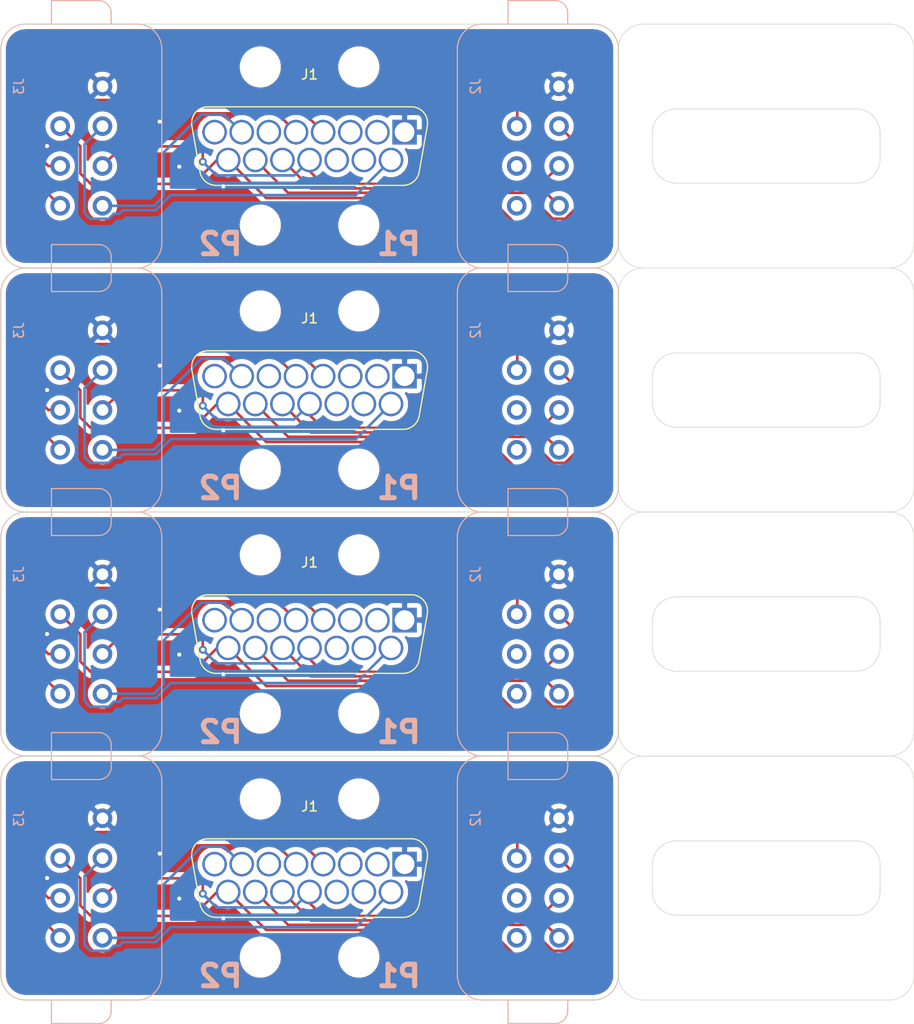
<source format=kicad_pcb>
(kicad_pcb (version 20171130) (host pcbnew "(5.1.0)-1")
  (layers (0 F.Cu signal) (31 B.Cu signal) (34 B.Paste user) (35 F.Paste user) (36 B.SilkS user) (37 F.SilkS user) (38 B.Mask user) (39 F.Mask user) (44 Edge.Cuts user))
  (net 0 "")
  (net 1 GND)
  (net 2 "Net-(J1-Pad2)")
  (net 3 "Net-(J1-Pad3)")
  (net 4 D4)
  (net 5 D3)
  (net 6 "Net-(J1-Pad6)")
  (net 7 "DATA(2)")
  (net 8 "Net-(J1-Pad8)")
  (net 9 "CLOCK(2)")
  (net 10 "Net-(J1-Pad10)")
  (net 11 "Net-(J1-Pad11)")
  (net 12 LATCH)
  (net 13 "DATA(1)")
  (net 14 "CLOCK(1)")
  (net 15 +5V)
  (net 16 "Net-(J2-Pad5)")
  (net 17 "Net-(J2-Pad6)")
  (module Connector_Dsub:DSUB-15_Female_Vertical_P2.77x2.84mm (layer F.Cu) (at 115.9 44.3)
    (fp_text reference J1 (at 0 -7.31) (layer F.SilkS))
    (fp_text value DB15_Female)
    (pad 1 thru_hole rect (at 9.695 -1.42) (size 2.5 2.5) (drill 2) (layers *.Cu *.Mask) (net 1 GND))
    (pad 2 thru_hole circle (at 6.925 -1.42) (size 2.5 2.5) (drill 2) (layers *.Cu *.Mask) (net 2 "Net-(J1-Pad2)"))
    (pad 3 thru_hole circle (at 4.155 -1.42) (size 2.5 2.5) (drill 2) (layers *.Cu *.Mask) (net 3 "Net-(J1-Pad3)"))
    (pad 4 thru_hole circle (at 1.385 -1.42) (size 2.5 2.5) (drill 2) (layers *.Cu *.Mask) (net 4 D4))
    (pad 5 thru_hole circle (at -1.385 -1.42) (size 2.5 2.5) (drill 2) (layers *.Cu *.Mask) (net 5 D3))
    (pad 6 thru_hole circle (at -4.155 -1.42) (size 2.5 2.5) (drill 2) (layers *.Cu *.Mask) (net 6 "Net-(J1-Pad6)"))
    (pad 7 thru_hole circle (at -6.925 -1.42) (size 2.5 2.5) (drill 2) (layers *.Cu *.Mask) (net 7 "DATA(2)"))
    (pad 8 thru_hole circle (at -9.695 -1.42) (size 2.5 2.5) (drill 2) (layers *.Cu *.Mask) (net 8 "Net-(J1-Pad8)"))
    (pad 9 thru_hole circle (at 8.31 1.42) (size 2.5 2.5) (drill 2) (layers *.Cu *.Mask) (net 9 "CLOCK(2)"))
    (pad 10 thru_hole circle (at 5.54 1.42) (size 2.5 2.5) (drill 2) (layers *.Cu *.Mask) (net 10 "Net-(J1-Pad10)"))
    (pad 11 thru_hole circle (at 2.77 1.42) (size 2.5 2.5) (drill 2) (layers *.Cu *.Mask) (net 11 "Net-(J1-Pad11)"))
    (pad 12 thru_hole circle (at 0 1.42) (size 2.5 2.5) (drill 2) (layers *.Cu *.Mask) (net 12 LATCH))
    (pad 13 thru_hole circle (at -2.77 1.42) (size 2.5 2.5) (drill 2) (layers *.Cu *.Mask) (net 13 "DATA(1)"))
    (pad 14 thru_hole circle (at -5.54 1.42) (size 2.5 2.5) (drill 2) (layers *.Cu *.Mask) (net 14 "CLOCK(1)"))
    (pad 15 thru_hole circle (at -8.31 1.42) (size 2.5 2.5) (drill 2) (layers *.Cu *.Mask) (net 15 +5V))
  )
  (module MountingHole:MountingHole_3.2mm_M3 (layer F.Cu) (at 157.4804 36.2275)
    (fp_text reference " " hide)
    (fp_text value " ")
    (pad 1 np_thru_hole circle (at 0 0) (size 3.2 3.2) (drill 3.2) (layers *.Cu *.Mask))
  )
  (module MountingHole:MountingHole_3.2mm_M3 (layer F.Cu) (at 167.5358 52.37)
    (fp_text reference " " hide)
    (fp_text value " ")
    (pad 1 np_thru_hole circle (at 0 0) (size 3.2 3.2) (drill 3.2) (layers *.Cu *.Mask))
  )
  (module MountingHole:MountingHole_3.2mm_M3 (layer F.Cu) (at 167.5358 36.2275)
    (fp_text reference " " hide)
    (fp_text value " ")
    (pad 1 np_thru_hole circle (at 0 0) (size 3.2 3.2) (drill 3.2) (layers *.Cu *.Mask))
  )
  (module MountingHole:MountingHole_3.2mm_M3 (layer F.Cu) (at 110.8723 52.37)
    (fp_text reference " " (at 0 -4.2) (layer F.SilkS))
    (fp_text value " ")
    (pad 1 np_thru_hole circle (at 0 0) (size 3.2 3.2) (drill 3.2) (layers *.Cu *.Mask))
  )
  (module MountingHole:MountingHole_3.2mm_M3 (layer F.Cu) (at 110.8723 36.2275)
    (fp_text reference " " (at 0 -4.2) (layer F.SilkS))
    (fp_text value " ")
    (pad 1 np_thru_hole circle (at 0 0) (size 3.2 3.2) (drill 3.2) (layers *.Cu *.Mask))
  )
  (module MountingHole:MountingHole_3.2mm_M3 (layer F.Cu) (at 120.9277 36.2275)
    (fp_text reference " " (at 0 -4.2) (layer F.SilkS))
    (fp_text value " ")
    (pad 1 np_thru_hole circle (at 0 0) (size 3.2 3.2) (drill 3.2) (layers *.Cu *.Mask))
  )
  (module MountingHole:MountingHole_3.2mm_M3 (layer F.Cu) (at 120.9277 52.37)
    (fp_text reference " " (at 0 -4.2) (layer F.SilkS))
    (fp_text value " ")
    (pad 1 np_thru_hole circle (at 0 0) (size 3.2 3.2) (drill 3.2) (layers *.Cu *.Mask))
  )
  (module MountingHole:MountingHole_3.2mm_M3 (layer F.Cu) (at 120.9277 52.37)
    (fp_text reference " " (at 0 -4.2) (layer F.SilkS))
    (fp_text value " ")
    (pad 1 np_thru_hole circle (at 0 0) (size 3.2 3.2) (drill 3.2) (layers *.Cu *.Mask))
  )
  (module Connector_Dsub:DSUB-15_Female_Vertical_P2.77x2.84mm (layer F.Cu) (at 115.9 44.3)
    (fp_text reference J1 (at 0 -7.31) (layer F.SilkS))
    (fp_text value DB15_Female)
    (pad 15 thru_hole circle (at -8.31 1.42) (size 2.5 2.5) (drill 2) (layers *.Cu *.Mask) (net 15 +5V))
    (pad 14 thru_hole circle (at -5.54 1.42) (size 2.5 2.5) (drill 2) (layers *.Cu *.Mask) (net 14 "CLOCK(1)"))
    (pad 13 thru_hole circle (at -2.77 1.42) (size 2.5 2.5) (drill 2) (layers *.Cu *.Mask) (net 13 "DATA(1)"))
    (pad 12 thru_hole circle (at 0 1.42) (size 2.5 2.5) (drill 2) (layers *.Cu *.Mask) (net 12 LATCH))
    (pad 11 thru_hole circle (at 2.77 1.42) (size 2.5 2.5) (drill 2) (layers *.Cu *.Mask) (net 11 "Net-(J1-Pad11)"))
    (pad 10 thru_hole circle (at 5.54 1.42) (size 2.5 2.5) (drill 2) (layers *.Cu *.Mask) (net 10 "Net-(J1-Pad10)"))
    (pad 9 thru_hole circle (at 8.31 1.42) (size 2.5 2.5) (drill 2) (layers *.Cu *.Mask) (net 9 "CLOCK(2)"))
    (pad 8 thru_hole circle (at -9.695 -1.42) (size 2.5 2.5) (drill 2) (layers *.Cu *.Mask) (net 8 "Net-(J1-Pad8)"))
    (pad 7 thru_hole circle (at -6.925 -1.42) (size 2.5 2.5) (drill 2) (layers *.Cu *.Mask) (net 7 "DATA(2)"))
    (pad 6 thru_hole circle (at -4.155 -1.42) (size 2.5 2.5) (drill 2) (layers *.Cu *.Mask) (net 6 "Net-(J1-Pad6)"))
    (pad 5 thru_hole circle (at -1.385 -1.42) (size 2.5 2.5) (drill 2) (layers *.Cu *.Mask) (net 5 D3))
    (pad 4 thru_hole circle (at 1.385 -1.42) (size 2.5 2.5) (drill 2) (layers *.Cu *.Mask) (net 4 D4))
    (pad 3 thru_hole circle (at 4.155 -1.42) (size 2.5 2.5) (drill 2) (layers *.Cu *.Mask) (net 3 "Net-(J1-Pad3)"))
    (pad 2 thru_hole circle (at 6.925 -1.42) (size 2.5 2.5) (drill 2) (layers *.Cu *.Mask) (net 2 "Net-(J1-Pad2)"))
    (pad 1 thru_hole rect (at 9.695 -1.42) (size 2.5 2.5) (drill 2) (layers *.Cu *.Mask) (net 1 GND))
  )
  (module MountingHole:MountingHole_3.2mm_M3 (layer F.Cu) (at 157.4804 52.37)
    (fp_text reference " " hide)
    (fp_text value " ")
    (pad 1 np_thru_hole circle (at 0 0) (size 3.2 3.2) (drill 3.2) (layers *.Cu *.Mask))
  )
  (module MountingHole:MountingHole_3.2mm_M3 (layer F.Cu) (at 120.9277 36.2275)
    (fp_text reference " " (at 0 -4.2) (layer F.SilkS))
    (fp_text value " ")
    (pad 1 np_thru_hole circle (at 0 0) (size 3.2 3.2) (drill 3.2) (layers *.Cu *.Mask))
  )
  (module MountingHole:MountingHole_3.2mm_M3 (layer F.Cu) (at 167.5358 52.37)
    (fp_text reference " " hide)
    (fp_text value " ")
    (pad 1 np_thru_hole circle (at 0 0) (size 3.2 3.2) (drill 3.2) (layers *.Cu *.Mask))
  )
  (module MountingHole:MountingHole_3.2mm_M3 (layer F.Cu) (at 110.8723 52.37)
    (fp_text reference " " (at 0 -4.2) (layer F.SilkS))
    (fp_text value " ")
    (pad 1 np_thru_hole circle (at 0 0) (size 3.2 3.2) (drill 3.2) (layers *.Cu *.Mask))
  )
  (module Tinkerplunk:NES_CONTROLLER_VERT (layer B.Cu) (at 139.2 44.3 90)
    (fp_text reference J2 (at 6.096 -6.361 90) (layer B.SilkS) (effects (justify mirror)))
    (fp_text value Conn_01x07_Female)
    (pad 1 thru_hole circle (at 6.096 2.159 90) (size 2 2) (drill 1.2) (layers *.Cu *.Mask) (net 1 GND))
    (pad 2 thru_hole circle (at 2.032 2.159 90) (size 2 2) (drill 1.2) (layers *.Cu *.Mask) (net 14 "CLOCK(1)"))
    (pad 3 thru_hole circle (at -2.032 2.159 90) (size 2 2) (drill 1.2) (layers *.Cu *.Mask) (net 12 LATCH))
    (pad 4 thru_hole circle (at -6.096 2.159 90) (size 2 2) (drill 1.2) (layers *.Cu *.Mask) (net 13 "DATA(1)"))
    (pad 5 thru_hole circle (at -6.096 -2.159 90) (size 2 2) (drill 1.2) (layers *.Cu *.Mask) (net 16 "Net-(J2-Pad5)"))
    (pad 6 thru_hole circle (at -2.032 -2.159 90) (size 2 2) (drill 1.2) (layers *.Cu *.Mask) (net 17 "Net-(J2-Pad6)"))
    (pad 7 thru_hole circle (at 2.032 -2.159 90) (size 2 2) (drill 1.2) (layers *.Cu *.Mask) (net 15 +5V))
  )
  (module Tinkerplunk:NES_CONTROLLER_VERT (layer B.Cu) (at 92.6 44.3 90)
    (fp_text reference J3 (at 6.096 -6.361 90) (layer B.SilkS) (effects (justify mirror)))
    (fp_text value Conn_01x07_Female)
    (pad 1 thru_hole circle (at 6.096 2.159 90) (size 2 2) (drill 1.2) (layers *.Cu *.Mask) (net 1 GND))
    (pad 2 thru_hole circle (at 2.032 2.159 90) (size 2 2) (drill 1.2) (layers *.Cu *.Mask) (net 9 "CLOCK(2)"))
    (pad 3 thru_hole circle (at -2.032 2.159 90) (size 2 2) (drill 1.2) (layers *.Cu *.Mask) (net 12 LATCH))
    (pad 4 thru_hole circle (at -6.096 2.159 90) (size 2 2) (drill 1.2) (layers *.Cu *.Mask) (net 7 "DATA(2)"))
    (pad 5 thru_hole circle (at -6.096 -2.159 90) (size 2 2) (drill 1.2) (layers *.Cu *.Mask) (net 4 D4))
    (pad 6 thru_hole circle (at -2.032 -2.159 90) (size 2 2) (drill 1.2) (layers *.Cu *.Mask) (net 5 D3))
    (pad 7 thru_hole circle (at 2.032 -2.159 90) (size 2 2) (drill 1.2) (layers *.Cu *.Mask) (net 15 +5V))
  )
  (module MountingHole:MountingHole_3.2mm_M3 (layer F.Cu) (at 167.5358 36.2275)
    (fp_text reference " " hide)
    (fp_text value " ")
    (pad 1 np_thru_hole circle (at 0 0) (size 3.2 3.2) (drill 3.2) (layers *.Cu *.Mask))
  )
  (module MountingHole:MountingHole_3.2mm_M3 (layer F.Cu) (at 110.8723 36.2275)
    (fp_text reference " " (at 0 -4.2) (layer F.SilkS))
    (fp_text value " ")
    (pad 1 np_thru_hole circle (at 0 0) (size 3.2 3.2) (drill 3.2) (layers *.Cu *.Mask))
  )
  (module MountingHole:MountingHole_3.2mm_M3 (layer F.Cu) (at 157.4804 52.37)
    (fp_text reference " " hide)
    (fp_text value " ")
    (pad 1 np_thru_hole circle (at 0 0) (size 3.2 3.2) (drill 3.2) (layers *.Cu *.Mask))
  )
  (module MountingHole:MountingHole_3.2mm_M3 (layer F.Cu) (at 157.4804 36.2275)
    (fp_text reference " " hide)
    (fp_text value " ")
    (pad 1 np_thru_hole circle (at 0 0) (size 3.2 3.2) (drill 3.2) (layers *.Cu *.Mask))
  )
  (module MountingHole:MountingHole_3.2mm_M3 (layer F.Cu) (at 110.8723 61.1275)
    (fp_text reference " " (at 0 -4.2) (layer F.SilkS))
    (fp_text value " ")
    (pad 1 np_thru_hole circle (at 0 0) (size 3.2 3.2) (drill 3.2) (layers *.Cu *.Mask))
  )
  (module MountingHole:MountingHole_3.2mm_M3 (layer F.Cu) (at 157.4804 77.27)
    (fp_text reference " " hide)
    (fp_text value " ")
    (pad 1 np_thru_hole circle (at 0 0) (size 3.2 3.2) (drill 3.2) (layers *.Cu *.Mask))
  )
  (module Tinkerplunk:NES_CONTROLLER_VERT (layer B.Cu) (at 139.2 69.2 90)
    (fp_text reference J2 (at 6.096 -6.361 90) (layer B.SilkS) (effects (justify mirror)))
    (fp_text value Conn_01x07_Female)
    (pad 7 thru_hole circle (at 2.032 -2.159 90) (size 2 2) (drill 1.2) (layers *.Cu *.Mask) (net 15 +5V))
    (pad 6 thru_hole circle (at -2.032 -2.159 90) (size 2 2) (drill 1.2) (layers *.Cu *.Mask) (net 17 "Net-(J2-Pad6)"))
    (pad 5 thru_hole circle (at -6.096 -2.159 90) (size 2 2) (drill 1.2) (layers *.Cu *.Mask) (net 16 "Net-(J2-Pad5)"))
    (pad 4 thru_hole circle (at -6.096 2.159 90) (size 2 2) (drill 1.2) (layers *.Cu *.Mask) (net 13 "DATA(1)"))
    (pad 3 thru_hole circle (at -2.032 2.159 90) (size 2 2) (drill 1.2) (layers *.Cu *.Mask) (net 12 LATCH))
    (pad 2 thru_hole circle (at 2.032 2.159 90) (size 2 2) (drill 1.2) (layers *.Cu *.Mask) (net 14 "CLOCK(1)"))
    (pad 1 thru_hole circle (at 6.096 2.159 90) (size 2 2) (drill 1.2) (layers *.Cu *.Mask) (net 1 GND))
  )
  (module MountingHole:MountingHole_3.2mm_M3 (layer F.Cu) (at 167.5358 77.27)
    (fp_text reference " " hide)
    (fp_text value " ")
    (pad 1 np_thru_hole circle (at 0 0) (size 3.2 3.2) (drill 3.2) (layers *.Cu *.Mask))
  )
  (module Tinkerplunk:NES_CONTROLLER_VERT (layer B.Cu) (at 92.6 69.2 90)
    (fp_text reference J3 (at 6.096 -6.361 90) (layer B.SilkS) (effects (justify mirror)))
    (fp_text value Conn_01x07_Female)
    (pad 7 thru_hole circle (at 2.032 -2.159 90) (size 2 2) (drill 1.2) (layers *.Cu *.Mask) (net 15 +5V))
    (pad 6 thru_hole circle (at -2.032 -2.159 90) (size 2 2) (drill 1.2) (layers *.Cu *.Mask) (net 5 D3))
    (pad 5 thru_hole circle (at -6.096 -2.159 90) (size 2 2) (drill 1.2) (layers *.Cu *.Mask) (net 4 D4))
    (pad 4 thru_hole circle (at -6.096 2.159 90) (size 2 2) (drill 1.2) (layers *.Cu *.Mask) (net 7 "DATA(2)"))
    (pad 3 thru_hole circle (at -2.032 2.159 90) (size 2 2) (drill 1.2) (layers *.Cu *.Mask) (net 12 LATCH))
    (pad 2 thru_hole circle (at 2.032 2.159 90) (size 2 2) (drill 1.2) (layers *.Cu *.Mask) (net 9 "CLOCK(2)"))
    (pad 1 thru_hole circle (at 6.096 2.159 90) (size 2 2) (drill 1.2) (layers *.Cu *.Mask) (net 1 GND))
  )
  (module MountingHole:MountingHole_3.2mm_M3 (layer F.Cu) (at 157.4804 61.1275)
    (fp_text reference " " hide)
    (fp_text value " ")
    (pad 1 np_thru_hole circle (at 0 0) (size 3.2 3.2) (drill 3.2) (layers *.Cu *.Mask))
  )
  (module MountingHole:MountingHole_3.2mm_M3 (layer F.Cu) (at 120.9277 61.1275)
    (fp_text reference " " (at 0 -4.2) (layer F.SilkS))
    (fp_text value " ")
    (pad 1 np_thru_hole circle (at 0 0) (size 3.2 3.2) (drill 3.2) (layers *.Cu *.Mask))
  )
  (module MountingHole:MountingHole_3.2mm_M3 (layer F.Cu) (at 157.4804 77.27)
    (fp_text reference " " hide)
    (fp_text value " ")
    (pad 1 np_thru_hole circle (at 0 0) (size 3.2 3.2) (drill 3.2) (layers *.Cu *.Mask))
  )
  (module MountingHole:MountingHole_3.2mm_M3 (layer F.Cu) (at 167.5358 61.1275)
    (fp_text reference " " hide)
    (fp_text value " ")
    (pad 1 np_thru_hole circle (at 0 0) (size 3.2 3.2) (drill 3.2) (layers *.Cu *.Mask))
  )
  (module Connector_Dsub:DSUB-15_Female_Vertical_P2.77x2.84mm (layer F.Cu) (at 115.9 69.2)
    (fp_text reference J1 (at 0 -7.31) (layer F.SilkS))
    (fp_text value DB15_Female)
    (pad 1 thru_hole rect (at 9.695 -1.42) (size 2.5 2.5) (drill 2) (layers *.Cu *.Mask) (net 1 GND))
    (pad 2 thru_hole circle (at 6.925 -1.42) (size 2.5 2.5) (drill 2) (layers *.Cu *.Mask) (net 2 "Net-(J1-Pad2)"))
    (pad 3 thru_hole circle (at 4.155 -1.42) (size 2.5 2.5) (drill 2) (layers *.Cu *.Mask) (net 3 "Net-(J1-Pad3)"))
    (pad 4 thru_hole circle (at 1.385 -1.42) (size 2.5 2.5) (drill 2) (layers *.Cu *.Mask) (net 4 D4))
    (pad 5 thru_hole circle (at -1.385 -1.42) (size 2.5 2.5) (drill 2) (layers *.Cu *.Mask) (net 5 D3))
    (pad 6 thru_hole circle (at -4.155 -1.42) (size 2.5 2.5) (drill 2) (layers *.Cu *.Mask) (net 6 "Net-(J1-Pad6)"))
    (pad 7 thru_hole circle (at -6.925 -1.42) (size 2.5 2.5) (drill 2) (layers *.Cu *.Mask) (net 7 "DATA(2)"))
    (pad 8 thru_hole circle (at -9.695 -1.42) (size 2.5 2.5) (drill 2) (layers *.Cu *.Mask) (net 8 "Net-(J1-Pad8)"))
    (pad 9 thru_hole circle (at 8.31 1.42) (size 2.5 2.5) (drill 2) (layers *.Cu *.Mask) (net 9 "CLOCK(2)"))
    (pad 10 thru_hole circle (at 5.54 1.42) (size 2.5 2.5) (drill 2) (layers *.Cu *.Mask) (net 10 "Net-(J1-Pad10)"))
    (pad 11 thru_hole circle (at 2.77 1.42) (size 2.5 2.5) (drill 2) (layers *.Cu *.Mask) (net 11 "Net-(J1-Pad11)"))
    (pad 12 thru_hole circle (at 0 1.42) (size 2.5 2.5) (drill 2) (layers *.Cu *.Mask) (net 12 LATCH))
    (pad 13 thru_hole circle (at -2.77 1.42) (size 2.5 2.5) (drill 2) (layers *.Cu *.Mask) (net 13 "DATA(1)"))
    (pad 14 thru_hole circle (at -5.54 1.42) (size 2.5 2.5) (drill 2) (layers *.Cu *.Mask) (net 14 "CLOCK(1)"))
    (pad 15 thru_hole circle (at -8.31 1.42) (size 2.5 2.5) (drill 2) (layers *.Cu *.Mask) (net 15 +5V))
  )
  (module MountingHole:MountingHole_3.2mm_M3 (layer F.Cu) (at 110.8723 77.27)
    (fp_text reference " " (at 0 -4.2) (layer F.SilkS))
    (fp_text value " ")
    (pad 1 np_thru_hole circle (at 0 0) (size 3.2 3.2) (drill 3.2) (layers *.Cu *.Mask))
  )
  (module MountingHole:MountingHole_3.2mm_M3 (layer F.Cu) (at 120.9277 77.27)
    (fp_text reference " " (at 0 -4.2) (layer F.SilkS))
    (fp_text value " ")
    (pad 1 np_thru_hole circle (at 0 0) (size 3.2 3.2) (drill 3.2) (layers *.Cu *.Mask))
  )
  (module MountingHole:MountingHole_3.2mm_M3 (layer F.Cu) (at 110.8723 61.1275)
    (fp_text reference " " (at 0 -4.2) (layer F.SilkS))
    (fp_text value " ")
    (pad 1 np_thru_hole circle (at 0 0) (size 3.2 3.2) (drill 3.2) (layers *.Cu *.Mask))
  )
  (module Connector_Dsub:DSUB-15_Female_Vertical_P2.77x2.84mm (layer F.Cu) (at 115.9 69.2)
    (fp_text reference J1 (at 0 -7.31) (layer F.SilkS))
    (fp_text value DB15_Female)
    (pad 15 thru_hole circle (at -8.31 1.42) (size 2.5 2.5) (drill 2) (layers *.Cu *.Mask) (net 15 +5V))
    (pad 14 thru_hole circle (at -5.54 1.42) (size 2.5 2.5) (drill 2) (layers *.Cu *.Mask) (net 14 "CLOCK(1)"))
    (pad 13 thru_hole circle (at -2.77 1.42) (size 2.5 2.5) (drill 2) (layers *.Cu *.Mask) (net 13 "DATA(1)"))
    (pad 12 thru_hole circle (at 0 1.42) (size 2.5 2.5) (drill 2) (layers *.Cu *.Mask) (net 12 LATCH))
    (pad 11 thru_hole circle (at 2.77 1.42) (size 2.5 2.5) (drill 2) (layers *.Cu *.Mask) (net 11 "Net-(J1-Pad11)"))
    (pad 10 thru_hole circle (at 5.54 1.42) (size 2.5 2.5) (drill 2) (layers *.Cu *.Mask) (net 10 "Net-(J1-Pad10)"))
    (pad 9 thru_hole circle (at 8.31 1.42) (size 2.5 2.5) (drill 2) (layers *.Cu *.Mask) (net 9 "CLOCK(2)"))
    (pad 8 thru_hole circle (at -9.695 -1.42) (size 2.5 2.5) (drill 2) (layers *.Cu *.Mask) (net 8 "Net-(J1-Pad8)"))
    (pad 7 thru_hole circle (at -6.925 -1.42) (size 2.5 2.5) (drill 2) (layers *.Cu *.Mask) (net 7 "DATA(2)"))
    (pad 6 thru_hole circle (at -4.155 -1.42) (size 2.5 2.5) (drill 2) (layers *.Cu *.Mask) (net 6 "Net-(J1-Pad6)"))
    (pad 5 thru_hole circle (at -1.385 -1.42) (size 2.5 2.5) (drill 2) (layers *.Cu *.Mask) (net 5 D3))
    (pad 4 thru_hole circle (at 1.385 -1.42) (size 2.5 2.5) (drill 2) (layers *.Cu *.Mask) (net 4 D4))
    (pad 3 thru_hole circle (at 4.155 -1.42) (size 2.5 2.5) (drill 2) (layers *.Cu *.Mask) (net 3 "Net-(J1-Pad3)"))
    (pad 2 thru_hole circle (at 6.925 -1.42) (size 2.5 2.5) (drill 2) (layers *.Cu *.Mask) (net 2 "Net-(J1-Pad2)"))
    (pad 1 thru_hole rect (at 9.695 -1.42) (size 2.5 2.5) (drill 2) (layers *.Cu *.Mask) (net 1 GND))
  )
  (module MountingHole:MountingHole_3.2mm_M3 (layer F.Cu) (at 120.9277 61.1275)
    (fp_text reference " " (at 0 -4.2) (layer F.SilkS))
    (fp_text value " ")
    (pad 1 np_thru_hole circle (at 0 0) (size 3.2 3.2) (drill 3.2) (layers *.Cu *.Mask))
  )
  (module MountingHole:MountingHole_3.2mm_M3 (layer F.Cu) (at 167.5358 77.27)
    (fp_text reference " " hide)
    (fp_text value " ")
    (pad 1 np_thru_hole circle (at 0 0) (size 3.2 3.2) (drill 3.2) (layers *.Cu *.Mask))
  )
  (module MountingHole:MountingHole_3.2mm_M3 (layer F.Cu) (at 157.4804 61.1275)
    (fp_text reference " " hide)
    (fp_text value " ")
    (pad 1 np_thru_hole circle (at 0 0) (size 3.2 3.2) (drill 3.2) (layers *.Cu *.Mask))
  )
  (module MountingHole:MountingHole_3.2mm_M3 (layer F.Cu) (at 167.5358 61.1275)
    (fp_text reference " " hide)
    (fp_text value " ")
    (pad 1 np_thru_hole circle (at 0 0) (size 3.2 3.2) (drill 3.2) (layers *.Cu *.Mask))
  )
  (module MountingHole:MountingHole_3.2mm_M3 (layer F.Cu) (at 120.9277 77.27)
    (fp_text reference " " (at 0 -4.2) (layer F.SilkS))
    (fp_text value " ")
    (pad 1 np_thru_hole circle (at 0 0) (size 3.2 3.2) (drill 3.2) (layers *.Cu *.Mask))
  )
  (module MountingHole:MountingHole_3.2mm_M3 (layer F.Cu) (at 110.8723 77.27)
    (fp_text reference " " (at 0 -4.2) (layer F.SilkS))
    (fp_text value " ")
    (pad 1 np_thru_hole circle (at 0 0) (size 3.2 3.2) (drill 3.2) (layers *.Cu *.Mask))
  )
  (module Connector_Dsub:DSUB-15_Female_Vertical_P2.77x2.84mm (layer F.Cu) (at 115.9 94.1)
    (fp_text reference J1 (at 0 -7.31) (layer F.SilkS))
    (fp_text value DB15_Female)
    (pad 1 thru_hole rect (at 9.695 -1.42) (size 2.5 2.5) (drill 2) (layers *.Cu *.Mask) (net 1 GND))
    (pad 2 thru_hole circle (at 6.925 -1.42) (size 2.5 2.5) (drill 2) (layers *.Cu *.Mask) (net 2 "Net-(J1-Pad2)"))
    (pad 3 thru_hole circle (at 4.155 -1.42) (size 2.5 2.5) (drill 2) (layers *.Cu *.Mask) (net 3 "Net-(J1-Pad3)"))
    (pad 4 thru_hole circle (at 1.385 -1.42) (size 2.5 2.5) (drill 2) (layers *.Cu *.Mask) (net 4 D4))
    (pad 5 thru_hole circle (at -1.385 -1.42) (size 2.5 2.5) (drill 2) (layers *.Cu *.Mask) (net 5 D3))
    (pad 6 thru_hole circle (at -4.155 -1.42) (size 2.5 2.5) (drill 2) (layers *.Cu *.Mask) (net 6 "Net-(J1-Pad6)"))
    (pad 7 thru_hole circle (at -6.925 -1.42) (size 2.5 2.5) (drill 2) (layers *.Cu *.Mask) (net 7 "DATA(2)"))
    (pad 8 thru_hole circle (at -9.695 -1.42) (size 2.5 2.5) (drill 2) (layers *.Cu *.Mask) (net 8 "Net-(J1-Pad8)"))
    (pad 9 thru_hole circle (at 8.31 1.42) (size 2.5 2.5) (drill 2) (layers *.Cu *.Mask) (net 9 "CLOCK(2)"))
    (pad 10 thru_hole circle (at 5.54 1.42) (size 2.5 2.5) (drill 2) (layers *.Cu *.Mask) (net 10 "Net-(J1-Pad10)"))
    (pad 11 thru_hole circle (at 2.77 1.42) (size 2.5 2.5) (drill 2) (layers *.Cu *.Mask) (net 11 "Net-(J1-Pad11)"))
    (pad 12 thru_hole circle (at 0 1.42) (size 2.5 2.5) (drill 2) (layers *.Cu *.Mask) (net 12 LATCH))
    (pad 13 thru_hole circle (at -2.77 1.42) (size 2.5 2.5) (drill 2) (layers *.Cu *.Mask) (net 13 "DATA(1)"))
    (pad 14 thru_hole circle (at -5.54 1.42) (size 2.5 2.5) (drill 2) (layers *.Cu *.Mask) (net 14 "CLOCK(1)"))
    (pad 15 thru_hole circle (at -8.31 1.42) (size 2.5 2.5) (drill 2) (layers *.Cu *.Mask) (net 15 +5V))
  )
  (module MountingHole:MountingHole_3.2mm_M3 (layer F.Cu) (at 110.8723 102.17)
    (fp_text reference " " (at 0 -4.2) (layer F.SilkS))
    (fp_text value " ")
    (pad 1 np_thru_hole circle (at 0 0) (size 3.2 3.2) (drill 3.2) (layers *.Cu *.Mask))
  )
  (module MountingHole:MountingHole_3.2mm_M3 (layer F.Cu) (at 167.5358 102.17)
    (fp_text reference " " hide)
    (fp_text value " ")
    (pad 1 np_thru_hole circle (at 0 0) (size 3.2 3.2) (drill 3.2) (layers *.Cu *.Mask))
  )
  (module MountingHole:MountingHole_3.2mm_M3 (layer F.Cu) (at 110.8723 86.0275)
    (fp_text reference " " (at 0 -4.2) (layer F.SilkS))
    (fp_text value " ")
    (pad 1 np_thru_hole circle (at 0 0) (size 3.2 3.2) (drill 3.2) (layers *.Cu *.Mask))
  )
  (module MountingHole:MountingHole_3.2mm_M3 (layer F.Cu) (at 120.9277 86.0275)
    (fp_text reference " " (at 0 -4.2) (layer F.SilkS))
    (fp_text value " ")
    (pad 1 np_thru_hole circle (at 0 0) (size 3.2 3.2) (drill 3.2) (layers *.Cu *.Mask))
  )
  (module MountingHole:MountingHole_3.2mm_M3 (layer F.Cu) (at 167.5358 86.0275)
    (fp_text reference " " hide)
    (fp_text value " ")
    (pad 1 np_thru_hole circle (at 0 0) (size 3.2 3.2) (drill 3.2) (layers *.Cu *.Mask))
  )
  (module MountingHole:MountingHole_3.2mm_M3 (layer F.Cu) (at 120.9277 102.17)
    (fp_text reference " " (at 0 -4.2) (layer F.SilkS))
    (fp_text value " ")
    (pad 1 np_thru_hole circle (at 0 0) (size 3.2 3.2) (drill 3.2) (layers *.Cu *.Mask))
  )
  (module MountingHole:MountingHole_3.2mm_M3 (layer F.Cu) (at 157.4804 86.0275)
    (fp_text reference " " hide)
    (fp_text value " ")
    (pad 1 np_thru_hole circle (at 0 0) (size 3.2 3.2) (drill 3.2) (layers *.Cu *.Mask))
  )
  (module MountingHole:MountingHole_3.2mm_M3 (layer F.Cu) (at 157.4804 102.17)
    (fp_text reference " " hide)
    (fp_text value " ")
    (pad 1 np_thru_hole circle (at 0 0) (size 3.2 3.2) (drill 3.2) (layers *.Cu *.Mask))
  )
  (module Tinkerplunk:NES_CONTROLLER_VERT (layer B.Cu) (at 139.2 94.1 90)
    (fp_text reference J2 (at 6.096 -6.361 90) (layer B.SilkS) (effects (justify mirror)))
    (fp_text value Conn_01x07_Female)
    (pad 1 thru_hole circle (at 6.096 2.159 90) (size 2 2) (drill 1.2) (layers *.Cu *.Mask) (net 1 GND))
    (pad 2 thru_hole circle (at 2.032 2.159 90) (size 2 2) (drill 1.2) (layers *.Cu *.Mask) (net 14 "CLOCK(1)"))
    (pad 3 thru_hole circle (at -2.032 2.159 90) (size 2 2) (drill 1.2) (layers *.Cu *.Mask) (net 12 LATCH))
    (pad 4 thru_hole circle (at -6.096 2.159 90) (size 2 2) (drill 1.2) (layers *.Cu *.Mask) (net 13 "DATA(1)"))
    (pad 5 thru_hole circle (at -6.096 -2.159 90) (size 2 2) (drill 1.2) (layers *.Cu *.Mask) (net 16 "Net-(J2-Pad5)"))
    (pad 6 thru_hole circle (at -2.032 -2.159 90) (size 2 2) (drill 1.2) (layers *.Cu *.Mask) (net 17 "Net-(J2-Pad6)"))
    (pad 7 thru_hole circle (at 2.032 -2.159 90) (size 2 2) (drill 1.2) (layers *.Cu *.Mask) (net 15 +5V))
  )
  (module MountingHole:MountingHole_3.2mm_M3 (layer F.Cu) (at 167.5358 102.17)
    (fp_text reference " " hide)
    (fp_text value " ")
    (pad 1 np_thru_hole circle (at 0 0) (size 3.2 3.2) (drill 3.2) (layers *.Cu *.Mask))
  )
  (module MountingHole:MountingHole_3.2mm_M3 (layer F.Cu) (at 167.5358 86.0275)
    (fp_text reference " " hide)
    (fp_text value " ")
    (pad 1 np_thru_hole circle (at 0 0) (size 3.2 3.2) (drill 3.2) (layers *.Cu *.Mask))
  )
  (module Connector_Dsub:DSUB-15_Female_Vertical_P2.77x2.84mm (layer F.Cu) (at 115.9 94.1)
    (fp_text reference J1 (at 0 -7.31) (layer F.SilkS))
    (fp_text value DB15_Female)
    (pad 15 thru_hole circle (at -8.31 1.42) (size 2.5 2.5) (drill 2) (layers *.Cu *.Mask) (net 15 +5V))
    (pad 14 thru_hole circle (at -5.54 1.42) (size 2.5 2.5) (drill 2) (layers *.Cu *.Mask) (net 14 "CLOCK(1)"))
    (pad 13 thru_hole circle (at -2.77 1.42) (size 2.5 2.5) (drill 2) (layers *.Cu *.Mask) (net 13 "DATA(1)"))
    (pad 12 thru_hole circle (at 0 1.42) (size 2.5 2.5) (drill 2) (layers *.Cu *.Mask) (net 12 LATCH))
    (pad 11 thru_hole circle (at 2.77 1.42) (size 2.5 2.5) (drill 2) (layers *.Cu *.Mask) (net 11 "Net-(J1-Pad11)"))
    (pad 10 thru_hole circle (at 5.54 1.42) (size 2.5 2.5) (drill 2) (layers *.Cu *.Mask) (net 10 "Net-(J1-Pad10)"))
    (pad 9 thru_hole circle (at 8.31 1.42) (size 2.5 2.5) (drill 2) (layers *.Cu *.Mask) (net 9 "CLOCK(2)"))
    (pad 8 thru_hole circle (at -9.695 -1.42) (size 2.5 2.5) (drill 2) (layers *.Cu *.Mask) (net 8 "Net-(J1-Pad8)"))
    (pad 7 thru_hole circle (at -6.925 -1.42) (size 2.5 2.5) (drill 2) (layers *.Cu *.Mask) (net 7 "DATA(2)"))
    (pad 6 thru_hole circle (at -4.155 -1.42) (size 2.5 2.5) (drill 2) (layers *.Cu *.Mask) (net 6 "Net-(J1-Pad6)"))
    (pad 5 thru_hole circle (at -1.385 -1.42) (size 2.5 2.5) (drill 2) (layers *.Cu *.Mask) (net 5 D3))
    (pad 4 thru_hole circle (at 1.385 -1.42) (size 2.5 2.5) (drill 2) (layers *.Cu *.Mask) (net 4 D4))
    (pad 3 thru_hole circle (at 4.155 -1.42) (size 2.5 2.5) (drill 2) (layers *.Cu *.Mask) (net 3 "Net-(J1-Pad3)"))
    (pad 2 thru_hole circle (at 6.925 -1.42) (size 2.5 2.5) (drill 2) (layers *.Cu *.Mask) (net 2 "Net-(J1-Pad2)"))
    (pad 1 thru_hole rect (at 9.695 -1.42) (size 2.5 2.5) (drill 2) (layers *.Cu *.Mask) (net 1 GND))
  )
  (module Tinkerplunk:NES_CONTROLLER_VERT (layer B.Cu) (at 92.6 94.1 90)
    (fp_text reference J3 (at 6.096 -6.361 90) (layer B.SilkS) (effects (justify mirror)))
    (fp_text value Conn_01x07_Female)
    (pad 1 thru_hole circle (at 6.096 2.159 90) (size 2 2) (drill 1.2) (layers *.Cu *.Mask) (net 1 GND))
    (pad 2 thru_hole circle (at 2.032 2.159 90) (size 2 2) (drill 1.2) (layers *.Cu *.Mask) (net 9 "CLOCK(2)"))
    (pad 3 thru_hole circle (at -2.032 2.159 90) (size 2 2) (drill 1.2) (layers *.Cu *.Mask) (net 12 LATCH))
    (pad 4 thru_hole circle (at -6.096 2.159 90) (size 2 2) (drill 1.2) (layers *.Cu *.Mask) (net 7 "DATA(2)"))
    (pad 5 thru_hole circle (at -6.096 -2.159 90) (size 2 2) (drill 1.2) (layers *.Cu *.Mask) (net 4 D4))
    (pad 6 thru_hole circle (at -2.032 -2.159 90) (size 2 2) (drill 1.2) (layers *.Cu *.Mask) (net 5 D3))
    (pad 7 thru_hole circle (at 2.032 -2.159 90) (size 2 2) (drill 1.2) (layers *.Cu *.Mask) (net 15 +5V))
  )
  (module MountingHole:MountingHole_3.2mm_M3 (layer F.Cu) (at 110.8723 102.17)
    (fp_text reference " " (at 0 -4.2) (layer F.SilkS))
    (fp_text value " ")
    (pad 1 np_thru_hole circle (at 0 0) (size 3.2 3.2) (drill 3.2) (layers *.Cu *.Mask))
  )
  (module MountingHole:MountingHole_3.2mm_M3 (layer F.Cu) (at 110.8723 86.0275)
    (fp_text reference " " (at 0 -4.2) (layer F.SilkS))
    (fp_text value " ")
    (pad 1 np_thru_hole circle (at 0 0) (size 3.2 3.2) (drill 3.2) (layers *.Cu *.Mask))
  )
  (module MountingHole:MountingHole_3.2mm_M3 (layer F.Cu) (at 120.9277 86.0275)
    (fp_text reference " " (at 0 -4.2) (layer F.SilkS))
    (fp_text value " ")
    (pad 1 np_thru_hole circle (at 0 0) (size 3.2 3.2) (drill 3.2) (layers *.Cu *.Mask))
  )
  (module MountingHole:MountingHole_3.2mm_M3 (layer F.Cu) (at 157.4804 86.0275)
    (fp_text reference " " hide)
    (fp_text value " ")
    (pad 1 np_thru_hole circle (at 0 0) (size 3.2 3.2) (drill 3.2) (layers *.Cu *.Mask))
  )
  (module MountingHole:MountingHole_3.2mm_M3 (layer F.Cu) (at 157.4804 102.17)
    (fp_text reference " " hide)
    (fp_text value " ")
    (pad 1 np_thru_hole circle (at 0 0) (size 3.2 3.2) (drill 3.2) (layers *.Cu *.Mask))
  )
  (module MountingHole:MountingHole_3.2mm_M3 (layer F.Cu) (at 120.9277 102.17)
    (fp_text reference " " (at 0 -4.2) (layer F.SilkS))
    (fp_text value " ")
    (pad 1 np_thru_hole circle (at 0 0) (size 3.2 3.2) (drill 3.2) (layers *.Cu *.Mask))
  )
  (module MountingHole:MountingHole_3.2mm_M3 (layer F.Cu) (at 167.5358 127.07)
    (fp_text reference " " hide)
    (fp_text value " ")
    (pad 1 np_thru_hole circle (at 0 0) (size 3.2 3.2) (drill 3.2) (layers *.Cu *.Mask))
  )
  (module MountingHole:MountingHole_3.2mm_M3 (layer F.Cu) (at 167.5358 110.9275)
    (fp_text reference " " hide)
    (fp_text value " ")
    (pad 1 np_thru_hole circle (at 0 0) (size 3.2 3.2) (drill 3.2) (layers *.Cu *.Mask))
  )
  (module Connector_Dsub:DSUB-15_Female_Vertical_P2.77x2.84mm (layer F.Cu) (at 115.9 119)
    (fp_text reference J1 (at 0 -7.31) (layer F.SilkS))
    (fp_text value DB15_Female)
    (pad 15 thru_hole circle (at -8.31 1.42) (size 2.5 2.5) (drill 2) (layers *.Cu *.Mask) (net 15 +5V))
    (pad 14 thru_hole circle (at -5.54 1.42) (size 2.5 2.5) (drill 2) (layers *.Cu *.Mask) (net 14 "CLOCK(1)"))
    (pad 13 thru_hole circle (at -2.77 1.42) (size 2.5 2.5) (drill 2) (layers *.Cu *.Mask) (net 13 "DATA(1)"))
    (pad 12 thru_hole circle (at 0 1.42) (size 2.5 2.5) (drill 2) (layers *.Cu *.Mask) (net 12 LATCH))
    (pad 11 thru_hole circle (at 2.77 1.42) (size 2.5 2.5) (drill 2) (layers *.Cu *.Mask) (net 11 "Net-(J1-Pad11)"))
    (pad 10 thru_hole circle (at 5.54 1.42) (size 2.5 2.5) (drill 2) (layers *.Cu *.Mask) (net 10 "Net-(J1-Pad10)"))
    (pad 9 thru_hole circle (at 8.31 1.42) (size 2.5 2.5) (drill 2) (layers *.Cu *.Mask) (net 9 "CLOCK(2)"))
    (pad 8 thru_hole circle (at -9.695 -1.42) (size 2.5 2.5) (drill 2) (layers *.Cu *.Mask) (net 8 "Net-(J1-Pad8)"))
    (pad 7 thru_hole circle (at -6.925 -1.42) (size 2.5 2.5) (drill 2) (layers *.Cu *.Mask) (net 7 "DATA(2)"))
    (pad 6 thru_hole circle (at -4.155 -1.42) (size 2.5 2.5) (drill 2) (layers *.Cu *.Mask) (net 6 "Net-(J1-Pad6)"))
    (pad 5 thru_hole circle (at -1.385 -1.42) (size 2.5 2.5) (drill 2) (layers *.Cu *.Mask) (net 5 D3))
    (pad 4 thru_hole circle (at 1.385 -1.42) (size 2.5 2.5) (drill 2) (layers *.Cu *.Mask) (net 4 D4))
    (pad 3 thru_hole circle (at 4.155 -1.42) (size 2.5 2.5) (drill 2) (layers *.Cu *.Mask) (net 3 "Net-(J1-Pad3)"))
    (pad 2 thru_hole circle (at 6.925 -1.42) (size 2.5 2.5) (drill 2) (layers *.Cu *.Mask) (net 2 "Net-(J1-Pad2)"))
    (pad 1 thru_hole rect (at 9.695 -1.42) (size 2.5 2.5) (drill 2) (layers *.Cu *.Mask) (net 1 GND))
  )
  (module MountingHole:MountingHole_3.2mm_M3 (layer F.Cu) (at 110.8723 127.07)
    (fp_text reference " " (at 0 -4.2) (layer F.SilkS))
    (fp_text value " ")
    (pad 1 np_thru_hole circle (at 0 0) (size 3.2 3.2) (drill 3.2) (layers *.Cu *.Mask))
  )
  (module MountingHole:MountingHole_3.2mm_M3 (layer F.Cu) (at 110.8723 110.9275)
    (fp_text reference " " (at 0 -4.2) (layer F.SilkS))
    (fp_text value " ")
    (pad 1 np_thru_hole circle (at 0 0) (size 3.2 3.2) (drill 3.2) (layers *.Cu *.Mask))
  )
  (module MountingHole:MountingHole_3.2mm_M3 (layer F.Cu) (at 120.9277 110.9275)
    (fp_text reference " " (at 0 -4.2) (layer F.SilkS))
    (fp_text value " ")
    (pad 1 np_thru_hole circle (at 0 0) (size 3.2 3.2) (drill 3.2) (layers *.Cu *.Mask))
  )
  (module MountingHole:MountingHole_3.2mm_M3 (layer F.Cu) (at 157.4804 110.9275)
    (fp_text reference " " hide)
    (fp_text value " ")
    (pad 1 np_thru_hole circle (at 0 0) (size 3.2 3.2) (drill 3.2) (layers *.Cu *.Mask))
  )
  (module MountingHole:MountingHole_3.2mm_M3 (layer F.Cu) (at 157.4804 127.07)
    (fp_text reference " " hide)
    (fp_text value " ")
    (pad 1 np_thru_hole circle (at 0 0) (size 3.2 3.2) (drill 3.2) (layers *.Cu *.Mask))
  )
  (module MountingHole:MountingHole_3.2mm_M3 (layer F.Cu) (at 120.9277 127.07)
    (fp_text reference " " (at 0 -4.2) (layer F.SilkS))
    (fp_text value " ")
    (pad 1 np_thru_hole circle (at 0 0) (size 3.2 3.2) (drill 3.2) (layers *.Cu *.Mask))
  )
  (module MountingHole:MountingHole_3.2mm_M3 (layer F.Cu) (at 110.8723 110.9275)
    (fp_text reference " " (at 0 -4.2) (layer F.SilkS))
    (fp_text value " ")
    (pad 1 np_thru_hole circle (at 0 0) (size 3.2 3.2) (drill 3.2) (layers *.Cu *.Mask))
  )
  (module MountingHole:MountingHole_3.2mm_M3 (layer F.Cu) (at 110.8723 127.07)
    (fp_text reference " " (at 0 -4.2) (layer F.SilkS))
    (fp_text value " ")
    (pad 1 np_thru_hole circle (at 0 0) (size 3.2 3.2) (drill 3.2) (layers *.Cu *.Mask))
  )
  (module MountingHole:MountingHole_3.2mm_M3 (layer F.Cu) (at 120.9277 127.07)
    (fp_text reference " " (at 0 -4.2) (layer F.SilkS))
    (fp_text value " ")
    (pad 1 np_thru_hole circle (at 0 0) (size 3.2 3.2) (drill 3.2) (layers *.Cu *.Mask))
  )
  (module MountingHole:MountingHole_3.2mm_M3 (layer F.Cu) (at 120.9277 110.9275)
    (fp_text reference " " (at 0 -4.2) (layer F.SilkS))
    (fp_text value " ")
    (pad 1 np_thru_hole circle (at 0 0) (size 3.2 3.2) (drill 3.2) (layers *.Cu *.Mask))
  )
  (module Connector_Dsub:DSUB-15_Female_Vertical_P2.77x2.84mm (layer F.Cu) (at 115.9 119)
    (fp_text reference J1 (at 0 -7.31) (layer F.SilkS))
    (fp_text value DB15_Female)
    (pad 1 thru_hole rect (at 9.695 -1.42) (size 2.5 2.5) (drill 2) (layers *.Cu *.Mask) (net 1 GND))
    (pad 2 thru_hole circle (at 6.925 -1.42) (size 2.5 2.5) (drill 2) (layers *.Cu *.Mask) (net 2 "Net-(J1-Pad2)"))
    (pad 3 thru_hole circle (at 4.155 -1.42) (size 2.5 2.5) (drill 2) (layers *.Cu *.Mask) (net 3 "Net-(J1-Pad3)"))
    (pad 4 thru_hole circle (at 1.385 -1.42) (size 2.5 2.5) (drill 2) (layers *.Cu *.Mask) (net 4 D4))
    (pad 5 thru_hole circle (at -1.385 -1.42) (size 2.5 2.5) (drill 2) (layers *.Cu *.Mask) (net 5 D3))
    (pad 6 thru_hole circle (at -4.155 -1.42) (size 2.5 2.5) (drill 2) (layers *.Cu *.Mask) (net 6 "Net-(J1-Pad6)"))
    (pad 7 thru_hole circle (at -6.925 -1.42) (size 2.5 2.5) (drill 2) (layers *.Cu *.Mask) (net 7 "DATA(2)"))
    (pad 8 thru_hole circle (at -9.695 -1.42) (size 2.5 2.5) (drill 2) (layers *.Cu *.Mask) (net 8 "Net-(J1-Pad8)"))
    (pad 9 thru_hole circle (at 8.31 1.42) (size 2.5 2.5) (drill 2) (layers *.Cu *.Mask) (net 9 "CLOCK(2)"))
    (pad 10 thru_hole circle (at 5.54 1.42) (size 2.5 2.5) (drill 2) (layers *.Cu *.Mask) (net 10 "Net-(J1-Pad10)"))
    (pad 11 thru_hole circle (at 2.77 1.42) (size 2.5 2.5) (drill 2) (layers *.Cu *.Mask) (net 11 "Net-(J1-Pad11)"))
    (pad 12 thru_hole circle (at 0 1.42) (size 2.5 2.5) (drill 2) (layers *.Cu *.Mask) (net 12 LATCH))
    (pad 13 thru_hole circle (at -2.77 1.42) (size 2.5 2.5) (drill 2) (layers *.Cu *.Mask) (net 13 "DATA(1)"))
    (pad 14 thru_hole circle (at -5.54 1.42) (size 2.5 2.5) (drill 2) (layers *.Cu *.Mask) (net 14 "CLOCK(1)"))
    (pad 15 thru_hole circle (at -8.31 1.42) (size 2.5 2.5) (drill 2) (layers *.Cu *.Mask) (net 15 +5V))
  )
  (module Tinkerplunk:NES_CONTROLLER_VERT (layer B.Cu) (at 139.2 119 90)
    (fp_text reference J2 (at 6.096 -6.361 90) (layer B.SilkS) (effects (justify mirror)))
    (fp_text value Conn_01x07_Female)
    (pad 7 thru_hole circle (at 2.032 -2.159 90) (size 2 2) (drill 1.2) (layers *.Cu *.Mask) (net 15 +5V))
    (pad 6 thru_hole circle (at -2.032 -2.159 90) (size 2 2) (drill 1.2) (layers *.Cu *.Mask) (net 17 "Net-(J2-Pad6)"))
    (pad 5 thru_hole circle (at -6.096 -2.159 90) (size 2 2) (drill 1.2) (layers *.Cu *.Mask) (net 16 "Net-(J2-Pad5)"))
    (pad 4 thru_hole circle (at -6.096 2.159 90) (size 2 2) (drill 1.2) (layers *.Cu *.Mask) (net 13 "DATA(1)"))
    (pad 3 thru_hole circle (at -2.032 2.159 90) (size 2 2) (drill 1.2) (layers *.Cu *.Mask) (net 12 LATCH))
    (pad 2 thru_hole circle (at 2.032 2.159 90) (size 2 2) (drill 1.2) (layers *.Cu *.Mask) (net 14 "CLOCK(1)"))
    (pad 1 thru_hole circle (at 6.096 2.159 90) (size 2 2) (drill 1.2) (layers *.Cu *.Mask) (net 1 GND))
  )
  (module Tinkerplunk:NES_CONTROLLER_VERT (layer B.Cu) (at 92.6 119 90)
    (fp_text reference J3 (at 6.096 -6.361 90) (layer B.SilkS) (effects (justify mirror)))
    (fp_text value Conn_01x07_Female)
    (pad 7 thru_hole circle (at 2.032 -2.159 90) (size 2 2) (drill 1.2) (layers *.Cu *.Mask) (net 15 +5V))
    (pad 6 thru_hole circle (at -2.032 -2.159 90) (size 2 2) (drill 1.2) (layers *.Cu *.Mask) (net 5 D3))
    (pad 5 thru_hole circle (at -6.096 -2.159 90) (size 2 2) (drill 1.2) (layers *.Cu *.Mask) (net 4 D4))
    (pad 4 thru_hole circle (at -6.096 2.159 90) (size 2 2) (drill 1.2) (layers *.Cu *.Mask) (net 7 "DATA(2)"))
    (pad 3 thru_hole circle (at -2.032 2.159 90) (size 2 2) (drill 1.2) (layers *.Cu *.Mask) (net 12 LATCH))
    (pad 2 thru_hole circle (at 2.032 2.159 90) (size 2 2) (drill 1.2) (layers *.Cu *.Mask) (net 9 "CLOCK(2)"))
    (pad 1 thru_hole circle (at 6.096 2.159 90) (size 2 2) (drill 1.2) (layers *.Cu *.Mask) (net 1 GND))
  )
  (module MountingHole:MountingHole_3.2mm_M3 (layer F.Cu) (at 167.5358 110.9275)
    (fp_text reference " " hide)
    (fp_text value " ")
    (pad 1 np_thru_hole circle (at 0 0) (size 3.2 3.2) (drill 3.2) (layers *.Cu *.Mask))
  )
  (module MountingHole:MountingHole_3.2mm_M3 (layer F.Cu) (at 157.4804 110.9275)
    (fp_text reference " " hide)
    (fp_text value " ")
    (pad 1 np_thru_hole circle (at 0 0) (size 3.2 3.2) (drill 3.2) (layers *.Cu *.Mask))
  )
  (module MountingHole:MountingHole_3.2mm_M3 (layer F.Cu) (at 157.4804 127.07)
    (fp_text reference " " hide)
    (fp_text value " ")
    (pad 1 np_thru_hole circle (at 0 0) (size 3.2 3.2) (drill 3.2) (layers *.Cu *.Mask))
  )
  (module MountingHole:MountingHole_3.2mm_M3 (layer F.Cu) (at 167.5358 127.07)
    (fp_text reference " " hide)
    (fp_text value " ")
    (pad 1 np_thru_hole circle (at 0 0) (size 3.2 3.2) (drill 3.2) (layers *.Cu *.Mask))
  )
  (gr_arc (start 144.885 34.39) (end 144.885 31.85) (angle 90) (layer Edge.Cuts) (width 0.05))
  (gr_line (start 147.425 53.75) (end 147.425 34.39) (layer Edge.Cuts) (width 0.05))
  (gr_line (start 177.5912 34.39) (end 177.5912 54.21) (layer Edge.Cuts) (width 0.05))
  (gr_line (start 174.1331 42.96947) (end 174.1331 45.62553) (layer Edge.Cuts) (width 0.05))
  (gr_line (start 177.5912 34.39) (end 177.5912 54.21) (layer Edge.Cuts) (width 0.05))
  (gr_line (start 174.1331 42.96947) (end 174.1331 45.62553) (layer Edge.Cuts) (width 0.05))
  (gr_line (start 150.8831 45.62553) (end 150.8831 42.96947) (layer Edge.Cuts) (width 0.05))
  (gr_line (start 150.8831 45.62553) (end 150.8831 42.96947) (layer Edge.Cuts) (width 0.05))
  (gr_line (start 175.0512 31.85) (end 149.965 31.85) (layer Edge.Cuts) (width 0.05))
  (gr_arc (start 153.34757 45.62553) (end 150.8831 45.62553) (angle -90) (layer Edge.Cuts) (width 0.05))
  (gr_arc (start 144.885 54.21) (end 147.425 54.21) (angle 90) (layer Edge.Cuts) (width 0.05))
  (gr_line (start 153.34757 48.09) (end 171.66863 48.09) (layer Edge.Cuts) (width 0.05))
  (gr_line (start 147.425 54.21) (end 147.425 53.75) (layer Edge.Cuts) (width 0.05))
  (gr_arc (start 149.965 34.39) (end 147.425 34.39) (angle 90) (layer Edge.Cuts) (width 0.05))
  (gr_arc (start 171.66863 42.96947) (end 174.1331 42.96947) (angle -90) (layer Edge.Cuts) (width 0.05))
  (gr_arc (start 153.34757 45.62553) (end 150.8831 45.62553) (angle -90) (layer Edge.Cuts) (width 0.05))
  (gr_line (start 144.885 56.75) (end 86.915 56.75) (layer Edge.Cuts) (width 0.05))
  (gr_line (start 153.34757 48.09) (end 171.66863 48.09) (layer Edge.Cuts) (width 0.05))
  (gr_line (start 175.0512 56.75) (end 149.965 56.75) (layer Edge.Cuts) (width 0.05))
  (gr_line (start 84.375 53.75) (end 84.375 34.39) (layer Edge.Cuts) (width 0.05))
  (gr_arc (start 86.915 54.21) (end 86.915 56.75) (angle 90) (layer Edge.Cuts) (width 0.05))
  (gr_arc (start 86.915 34.39) (end 84.375 34.39) (angle 90) (layer Edge.Cuts) (width 0.05))
  (gr_arc (start 153.34757 42.96947) (end 153.34757 40.505) (angle -90) (layer Edge.Cuts) (width 0.05))
  (gr_arc (start 144.885 34.39) (end 144.885 31.85) (angle 90) (layer Edge.Cuts) (width 0.05))
  (gr_line (start 84.375 54.21) (end 84.375 53.75) (layer Edge.Cuts) (width 0.05))
  (gr_arc (start 175.0512 34.39) (end 175.0512 31.85) (angle 90) (layer Edge.Cuts) (width 0.05))
  (gr_arc (start 86.915 34.39) (end 84.375 34.39) (angle 90) (layer Edge.Cuts) (width 0.05))
  (gr_line (start 147.425 34.39) (end 147.425 54.21) (layer Edge.Cuts) (width 0.05))
  (gr_line (start 84.375 53.75) (end 84.375 34.39) (layer Edge.Cuts) (width 0.05))
  (gr_arc (start 86.915 54.21) (end 86.915 56.75) (angle 90) (layer Edge.Cuts) (width 0.05))
  (gr_arc (start 175.0512 34.39) (end 175.0512 31.85) (angle 90) (layer Edge.Cuts) (width 0.05))
  (gr_arc (start 171.66863 45.62553) (end 171.66863 48.09) (angle -90) (layer Edge.Cuts) (width 0.05))
  (gr_line (start 147.425 34.39) (end 147.425 54.21) (layer Edge.Cuts) (width 0.05))
  (gr_line (start 86.915 31.85) (end 144.885 31.85) (layer Edge.Cuts) (width 0.05))
  (gr_arc (start 144.885 54.21) (end 147.425 54.21) (angle 90) (layer Edge.Cuts) (width 0.05))
  (gr_line (start 175.0512 31.85) (end 149.965 31.85) (layer Edge.Cuts) (width 0.05))
  (gr_arc (start 175.0512 54.21) (end 177.5912 54.21) (angle 90) (layer Edge.Cuts) (width 0.05))
  (gr_arc (start 149.965 54.21) (end 149.965 56.75) (angle 90) (layer Edge.Cuts) (width 0.05))
  (gr_arc (start 153.34757 42.96947) (end 153.34757 40.505) (angle -90) (layer Edge.Cuts) (width 0.05))
  (gr_arc (start 171.66863 45.62553) (end 171.66863 48.09) (angle -90) (layer Edge.Cuts) (width 0.05))
  (gr_arc (start 175.0512 54.21) (end 177.5912 54.21) (angle 90) (layer Edge.Cuts) (width 0.05))
  (gr_line (start 147.425 54.21) (end 147.425 53.75) (layer Edge.Cuts) (width 0.05))
  (gr_line (start 153.34757 40.505) (end 171.66863 40.505) (layer Edge.Cuts) (width 0.05))
  (gr_line (start 144.885 56.75) (end 86.915 56.75) (layer Edge.Cuts) (width 0.05))
  (gr_line (start 147.425 53.75) (end 147.425 34.39) (layer Edge.Cuts) (width 0.05))
  (gr_line (start 86.915 31.85) (end 144.885 31.85) (layer Edge.Cuts) (width 0.05))
  (gr_arc (start 149.965 54.21) (end 149.965 56.75) (angle 90) (layer Edge.Cuts) (width 0.05))
  (gr_arc (start 171.66863 42.96947) (end 174.1331 42.96947) (angle -90) (layer Edge.Cuts) (width 0.05))
  (gr_line (start 153.34757 40.505) (end 171.66863 40.505) (layer Edge.Cuts) (width 0.05))
  (gr_line (start 84.375 54.21) (end 84.375 53.75) (layer Edge.Cuts) (width 0.05))
  (gr_line (start 175.0512 56.75) (end 149.965 56.75) (layer Edge.Cuts) (width 0.05))
  (gr_arc (start 149.965 34.39) (end 147.425 34.39) (angle 90) (layer Edge.Cuts) (width 0.05))
  (gr_text P2 (at 106.8 54.3) (layer B.SilkS) (effects (font (size 2.2 2.2) (thickness 0.5)) (justify mirror)))
  (gr_text P2 (at 106.8 54.3) (layer B.SilkS) (effects (font (size 2.2 2.2) (thickness 0.5)) (justify mirror)))
  (gr_text P1 (at 125 54.3) (layer B.SilkS) (effects (font (size 2.2 2.2) (thickness 0.5)) (justify mirror)))
  (gr_text P1 (at 125 54.3) (layer B.SilkS) (effects (font (size 2.2 2.2) (thickness 0.5)) (justify mirror)))
  (gr_arc (start 171.66863 70.52553) (end 171.66863 72.99) (angle -90) (layer Edge.Cuts) (width 0.05))
  (gr_arc (start 149.965 79.11) (end 149.965 81.65) (angle 90) (layer Edge.Cuts) (width 0.05))
  (gr_arc (start 153.34757 67.86947) (end 153.34757 65.405) (angle -90) (layer Edge.Cuts) (width 0.05))
  (gr_arc (start 175.0512 79.11) (end 177.5912 79.11) (angle 90) (layer Edge.Cuts) (width 0.05))
  (gr_arc (start 175.0512 59.29) (end 175.0512 56.75) (angle 90) (layer Edge.Cuts) (width 0.05))
  (gr_arc (start 86.915 59.29) (end 84.375 59.29) (angle 90) (layer Edge.Cuts) (width 0.05))
  (gr_arc (start 144.885 59.29) (end 144.885 56.75) (angle 90) (layer Edge.Cuts) (width 0.05))
  (gr_line (start 84.375 79.11) (end 84.375 78.65) (layer Edge.Cuts) (width 0.05))
  (gr_arc (start 153.34757 67.86947) (end 153.34757 65.405) (angle -90) (layer Edge.Cuts) (width 0.05))
  (gr_line (start 86.915 56.75) (end 144.885 56.75) (layer Edge.Cuts) (width 0.05))
  (gr_arc (start 144.885 79.11) (end 147.425 79.11) (angle 90) (layer Edge.Cuts) (width 0.05))
  (gr_line (start 175.0512 56.75) (end 149.965 56.75) (layer Edge.Cuts) (width 0.05))
  (gr_arc (start 175.0512 79.11) (end 177.5912 79.11) (angle 90) (layer Edge.Cuts) (width 0.05))
  (gr_line (start 147.425 59.29) (end 147.425 79.11) (layer Edge.Cuts) (width 0.05))
  (gr_line (start 147.425 59.29) (end 147.425 79.11) (layer Edge.Cuts) (width 0.05))
  (gr_line (start 84.375 78.65) (end 84.375 59.29) (layer Edge.Cuts) (width 0.05))
  (gr_arc (start 86.915 79.11) (end 86.915 81.65) (angle 90) (layer Edge.Cuts) (width 0.05))
  (gr_arc (start 175.0512 59.29) (end 175.0512 56.75) (angle 90) (layer Edge.Cuts) (width 0.05))
  (gr_arc (start 171.66863 70.52553) (end 171.66863 72.99) (angle -90) (layer Edge.Cuts) (width 0.05))
  (gr_line (start 147.425 78.65) (end 147.425 59.29) (layer Edge.Cuts) (width 0.05))
  (gr_line (start 153.34757 65.405) (end 171.66863 65.405) (layer Edge.Cuts) (width 0.05))
  (gr_arc (start 149.965 79.11) (end 149.965 81.65) (angle 90) (layer Edge.Cuts) (width 0.05))
  (gr_arc (start 149.965 59.29) (end 147.425 59.29) (angle 90) (layer Edge.Cuts) (width 0.05))
  (gr_line (start 147.425 79.11) (end 147.425 78.65) (layer Edge.Cuts) (width 0.05))
  (gr_line (start 175.0512 81.65) (end 149.965 81.65) (layer Edge.Cuts) (width 0.05))
  (gr_arc (start 171.66863 67.86947) (end 174.1331 67.86947) (angle -90) (layer Edge.Cuts) (width 0.05))
  (gr_line (start 144.885 81.65) (end 86.915 81.65) (layer Edge.Cuts) (width 0.05))
  (gr_text P2 (at 106.8 79.2) (layer B.SilkS) (effects (font (size 2.2 2.2) (thickness 0.5)) (justify mirror)))
  (gr_text P2 (at 106.8 79.2) (layer B.SilkS) (effects (font (size 2.2 2.2) (thickness 0.5)) (justify mirror)))
  (gr_text P1 (at 125 79.2) (layer B.SilkS) (effects (font (size 2.2 2.2) (thickness 0.5)) (justify mirror)))
  (gr_text P1 (at 125 79.2) (layer B.SilkS) (effects (font (size 2.2 2.2) (thickness 0.5)) (justify mirror)))
  (gr_line (start 153.34757 65.405) (end 171.66863 65.405) (layer Edge.Cuts) (width 0.05))
  (gr_line (start 86.915 56.75) (end 144.885 56.75) (layer Edge.Cuts) (width 0.05))
  (gr_line (start 84.375 79.11) (end 84.375 78.65) (layer Edge.Cuts) (width 0.05))
  (gr_line (start 147.425 78.65) (end 147.425 59.29) (layer Edge.Cuts) (width 0.05))
  (gr_arc (start 144.885 59.29) (end 144.885 56.75) (angle 90) (layer Edge.Cuts) (width 0.05))
  (gr_line (start 177.5912 59.29) (end 177.5912 79.11) (layer Edge.Cuts) (width 0.05))
  (gr_line (start 174.1331 67.86947) (end 174.1331 70.52553) (layer Edge.Cuts) (width 0.05))
  (gr_arc (start 153.34757 70.52553) (end 150.8831 70.52553) (angle -90) (layer Edge.Cuts) (width 0.05))
  (gr_line (start 175.0512 56.75) (end 149.965 56.75) (layer Edge.Cuts) (width 0.05))
  (gr_arc (start 144.885 79.11) (end 147.425 79.11) (angle 90) (layer Edge.Cuts) (width 0.05))
  (gr_line (start 150.8831 70.52553) (end 150.8831 67.86947) (layer Edge.Cuts) (width 0.05))
  (gr_line (start 153.34757 72.99) (end 171.66863 72.99) (layer Edge.Cuts) (width 0.05))
  (gr_line (start 147.425 79.11) (end 147.425 78.65) (layer Edge.Cuts) (width 0.05))
  (gr_arc (start 171.66863 67.86947) (end 174.1331 67.86947) (angle -90) (layer Edge.Cuts) (width 0.05))
  (gr_line (start 144.885 81.65) (end 86.915 81.65) (layer Edge.Cuts) (width 0.05))
  (gr_line (start 175.0512 81.65) (end 149.965 81.65) (layer Edge.Cuts) (width 0.05))
  (gr_arc (start 86.915 59.29) (end 84.375 59.29) (angle 90) (layer Edge.Cuts) (width 0.05))
  (gr_line (start 84.375 78.65) (end 84.375 59.29) (layer Edge.Cuts) (width 0.05))
  (gr_arc (start 86.915 79.11) (end 86.915 81.65) (angle 90) (layer Edge.Cuts) (width 0.05))
  (gr_arc (start 149.965 59.29) (end 147.425 59.29) (angle 90) (layer Edge.Cuts) (width 0.05))
  (gr_line (start 177.5912 59.29) (end 177.5912 79.11) (layer Edge.Cuts) (width 0.05))
  (gr_line (start 174.1331 67.86947) (end 174.1331 70.52553) (layer Edge.Cuts) (width 0.05))
  (gr_line (start 150.8831 70.52553) (end 150.8831 67.86947) (layer Edge.Cuts) (width 0.05))
  (gr_arc (start 153.34757 70.52553) (end 150.8831 70.52553) (angle -90) (layer Edge.Cuts) (width 0.05))
  (gr_line (start 153.34757 72.99) (end 171.66863 72.99) (layer Edge.Cuts) (width 0.05))
  (gr_line (start 175.0512 106.55) (end 149.965 106.55) (layer Edge.Cuts) (width 0.05))
  (gr_arc (start 171.66863 92.76947) (end 174.1331 92.76947) (angle -90) (layer Edge.Cuts) (width 0.05))
  (gr_arc (start 149.965 84.19) (end 147.425 84.19) (angle 90) (layer Edge.Cuts) (width 0.05))
  (gr_line (start 147.425 104.01) (end 147.425 103.55) (layer Edge.Cuts) (width 0.05))
  (gr_line (start 144.885 106.55) (end 86.915 106.55) (layer Edge.Cuts) (width 0.05))
  (gr_line (start 147.425 103.55) (end 147.425 84.19) (layer Edge.Cuts) (width 0.05))
  (gr_line (start 153.34757 90.305) (end 171.66863 90.305) (layer Edge.Cuts) (width 0.05))
  (gr_arc (start 149.965 104.01) (end 149.965 106.55) (angle 90) (layer Edge.Cuts) (width 0.05))
  (gr_arc (start 175.0512 84.19) (end 175.0512 81.65) (angle 90) (layer Edge.Cuts) (width 0.05))
  (gr_arc (start 171.66863 95.42553) (end 171.66863 97.89) (angle -90) (layer Edge.Cuts) (width 0.05))
  (gr_line (start 177.5912 84.19) (end 177.5912 104.01) (layer Edge.Cuts) (width 0.05))
  (gr_line (start 174.1331 92.76947) (end 174.1331 95.42553) (layer Edge.Cuts) (width 0.05))
  (gr_arc (start 153.34757 95.42553) (end 150.8831 95.42553) (angle -90) (layer Edge.Cuts) (width 0.05))
  (gr_line (start 153.34757 97.89) (end 171.66863 97.89) (layer Edge.Cuts) (width 0.05))
  (gr_line (start 150.8831 95.42553) (end 150.8831 92.76947) (layer Edge.Cuts) (width 0.05))
  (gr_arc (start 153.34757 92.76947) (end 153.34757 90.305) (angle -90) (layer Edge.Cuts) (width 0.05))
  (gr_arc (start 175.0512 104.01) (end 177.5912 104.01) (angle 90) (layer Edge.Cuts) (width 0.05))
  (gr_text P1 (at 125 104.1) (layer B.SilkS) (effects (font (size 2.2 2.2) (thickness 0.5)) (justify mirror)))
  (gr_text P2 (at 106.8 104.1) (layer B.SilkS) (effects (font (size 2.2 2.2) (thickness 0.5)) (justify mirror)))
  (gr_arc (start 171.66863 95.42553) (end 171.66863 97.89) (angle -90) (layer Edge.Cuts) (width 0.05))
  (gr_arc (start 175.0512 84.19) (end 175.0512 81.65) (angle 90) (layer Edge.Cuts) (width 0.05))
  (gr_arc (start 149.965 104.01) (end 149.965 106.55) (angle 90) (layer Edge.Cuts) (width 0.05))
  (gr_line (start 147.425 103.55) (end 147.425 84.19) (layer Edge.Cuts) (width 0.05))
  (gr_line (start 153.34757 90.305) (end 171.66863 90.305) (layer Edge.Cuts) (width 0.05))
  (gr_arc (start 144.885 84.19) (end 144.885 81.65) (angle 90) (layer Edge.Cuts) (width 0.05))
  (gr_line (start 86.915 81.65) (end 144.885 81.65) (layer Edge.Cuts) (width 0.05))
  (gr_line (start 84.375 104.01) (end 84.375 103.55) (layer Edge.Cuts) (width 0.05))
  (gr_arc (start 86.915 84.19) (end 84.375 84.19) (angle 90) (layer Edge.Cuts) (width 0.05))
  (gr_line (start 84.375 103.55) (end 84.375 84.19) (layer Edge.Cuts) (width 0.05))
  (gr_arc (start 86.915 104.01) (end 86.915 106.55) (angle 90) (layer Edge.Cuts) (width 0.05))
  (gr_arc (start 149.965 84.19) (end 147.425 84.19) (angle 90) (layer Edge.Cuts) (width 0.05))
  (gr_line (start 175.0512 106.55) (end 149.965 106.55) (layer Edge.Cuts) (width 0.05))
  (gr_arc (start 171.66863 92.76947) (end 174.1331 92.76947) (angle -90) (layer Edge.Cuts) (width 0.05))
  (gr_line (start 147.425 104.01) (end 147.425 103.55) (layer Edge.Cuts) (width 0.05))
  (gr_line (start 144.885 106.55) (end 86.915 106.55) (layer Edge.Cuts) (width 0.05))
  (gr_line (start 150.8831 95.42553) (end 150.8831 92.76947) (layer Edge.Cuts) (width 0.05))
  (gr_line (start 153.34757 97.89) (end 171.66863 97.89) (layer Edge.Cuts) (width 0.05))
  (gr_line (start 174.1331 92.76947) (end 174.1331 95.42553) (layer Edge.Cuts) (width 0.05))
  (gr_arc (start 153.34757 95.42553) (end 150.8831 95.42553) (angle -90) (layer Edge.Cuts) (width 0.05))
  (gr_line (start 177.5912 84.19) (end 177.5912 104.01) (layer Edge.Cuts) (width 0.05))
  (gr_text P2 (at 106.8 104.1) (layer B.SilkS) (effects (font (size 2.2 2.2) (thickness 0.5)) (justify mirror)))
  (gr_text P1 (at 125 104.1) (layer B.SilkS) (effects (font (size 2.2 2.2) (thickness 0.5)) (justify mirror)))
  (gr_line (start 175.0512 81.65) (end 149.965 81.65) (layer Edge.Cuts) (width 0.05))
  (gr_arc (start 144.885 104.01) (end 147.425 104.01) (angle 90) (layer Edge.Cuts) (width 0.05))
  (gr_arc (start 153.34757 92.76947) (end 153.34757 90.305) (angle -90) (layer Edge.Cuts) (width 0.05))
  (gr_line (start 175.0512 81.65) (end 149.965 81.65) (layer Edge.Cuts) (width 0.05))
  (gr_arc (start 175.0512 104.01) (end 177.5912 104.01) (angle 90) (layer Edge.Cuts) (width 0.05))
  (gr_line (start 147.425 84.19) (end 147.425 104.01) (layer Edge.Cuts) (width 0.05))
  (gr_line (start 147.425 84.19) (end 147.425 104.01) (layer Edge.Cuts) (width 0.05))
  (gr_arc (start 144.885 104.01) (end 147.425 104.01) (angle 90) (layer Edge.Cuts) (width 0.05))
  (gr_line (start 84.375 103.55) (end 84.375 84.19) (layer Edge.Cuts) (width 0.05))
  (gr_line (start 84.375 104.01) (end 84.375 103.55) (layer Edge.Cuts) (width 0.05))
  (gr_arc (start 144.885 84.19) (end 144.885 81.65) (angle 90) (layer Edge.Cuts) (width 0.05))
  (gr_arc (start 86.915 104.01) (end 86.915 106.55) (angle 90) (layer Edge.Cuts) (width 0.05))
  (gr_line (start 86.915 81.65) (end 144.885 81.65) (layer Edge.Cuts) (width 0.05))
  (gr_arc (start 86.915 84.19) (end 84.375 84.19) (angle 90) (layer Edge.Cuts) (width 0.05))
  (gr_line (start 175.0512 131.45) (end 149.965 131.45) (layer Edge.Cuts) (width 0.05))
  (gr_arc (start 171.66863 117.66947) (end 174.1331 117.66947) (angle -90) (layer Edge.Cuts) (width 0.05))
  (gr_arc (start 149.965 109.09) (end 147.425 109.09) (angle 90) (layer Edge.Cuts) (width 0.05))
  (gr_line (start 147.425 128.91) (end 147.425 128.45) (layer Edge.Cuts) (width 0.05))
  (gr_line (start 144.885 131.45) (end 86.915 131.45) (layer Edge.Cuts) (width 0.05))
  (gr_line (start 147.425 128.45) (end 147.425 109.09) (layer Edge.Cuts) (width 0.05))
  (gr_line (start 153.34757 115.205) (end 171.66863 115.205) (layer Edge.Cuts) (width 0.05))
  (gr_arc (start 149.965 128.91) (end 149.965 131.45) (angle 90) (layer Edge.Cuts) (width 0.05))
  (gr_arc (start 175.0512 109.09) (end 175.0512 106.55) (angle 90) (layer Edge.Cuts) (width 0.05))
  (gr_arc (start 171.66863 120.32553) (end 171.66863 122.79) (angle -90) (layer Edge.Cuts) (width 0.05))
  (gr_line (start 177.5912 109.09) (end 177.5912 128.91) (layer Edge.Cuts) (width 0.05))
  (gr_line (start 174.1331 117.66947) (end 174.1331 120.32553) (layer Edge.Cuts) (width 0.05))
  (gr_arc (start 153.34757 120.32553) (end 150.8831 120.32553) (angle -90) (layer Edge.Cuts) (width 0.05))
  (gr_line (start 153.34757 122.79) (end 171.66863 122.79) (layer Edge.Cuts) (width 0.05))
  (gr_line (start 150.8831 120.32553) (end 150.8831 117.66947) (layer Edge.Cuts) (width 0.05))
  (gr_arc (start 153.34757 117.66947) (end 153.34757 115.205) (angle -90) (layer Edge.Cuts) (width 0.05))
  (gr_arc (start 175.0512 128.91) (end 177.5912 128.91) (angle 90) (layer Edge.Cuts) (width 0.05))
  (gr_text P1 (at 125 129) (layer B.SilkS) (effects (font (size 2.2 2.2) (thickness 0.5)) (justify mirror)))
  (gr_text P2 (at 106.8 129) (layer B.SilkS) (effects (font (size 2.2 2.2) (thickness 0.5)) (justify mirror)))
  (gr_line (start 175.0512 106.55) (end 149.965 106.55) (layer Edge.Cuts) (width 0.05))
  (gr_line (start 147.425 109.09) (end 147.425 128.91) (layer Edge.Cuts) (width 0.05))
  (gr_arc (start 144.885 128.91) (end 147.425 128.91) (angle 90) (layer Edge.Cuts) (width 0.05))
  (gr_line (start 84.375 128.45) (end 84.375 109.09) (layer Edge.Cuts) (width 0.05))
  (gr_line (start 84.375 128.91) (end 84.375 128.45) (layer Edge.Cuts) (width 0.05))
  (gr_arc (start 144.885 109.09) (end 144.885 106.55) (angle 90) (layer Edge.Cuts) (width 0.05))
  (gr_arc (start 86.915 128.91) (end 86.915 131.45) (angle 90) (layer Edge.Cuts) (width 0.05))
  (gr_line (start 86.915 106.55) (end 144.885 106.55) (layer Edge.Cuts) (width 0.05))
  (gr_arc (start 86.915 109.09) (end 84.375 109.09) (angle 90) (layer Edge.Cuts) (width 0.05))
  (gr_text P2 (at 106.8 129) (layer B.SilkS) (effects (font (size 2.2 2.2) (thickness 0.5)) (justify mirror)))
  (gr_text P1 (at 125 129) (layer B.SilkS) (effects (font (size 2.2 2.2) (thickness 0.5)) (justify mirror)))
  (gr_line (start 147.425 109.09) (end 147.425 128.91) (layer Edge.Cuts) (width 0.05))
  (gr_line (start 86.915 106.55) (end 144.885 106.55) (layer Edge.Cuts) (width 0.05))
  (gr_line (start 84.375 128.45) (end 84.375 109.09) (layer Edge.Cuts) (width 0.05))
  (gr_arc (start 86.915 109.09) (end 84.375 109.09) (angle 90) (layer Edge.Cuts) (width 0.05))
  (gr_arc (start 144.885 109.09) (end 144.885 106.55) (angle 90) (layer Edge.Cuts) (width 0.05))
  (gr_arc (start 144.885 128.91) (end 147.425 128.91) (angle 90) (layer Edge.Cuts) (width 0.05))
  (gr_arc (start 86.915 128.91) (end 86.915 131.45) (angle 90) (layer Edge.Cuts) (width 0.05))
  (gr_line (start 84.375 128.91) (end 84.375 128.45) (layer Edge.Cuts) (width 0.05))
  (gr_line (start 144.885 131.45) (end 86.915 131.45) (layer Edge.Cuts) (width 0.05))
  (gr_arc (start 153.34757 120.32553) (end 150.8831 120.32553) (angle -90) (layer Edge.Cuts) (width 0.05))
  (gr_arc (start 171.66863 120.32553) (end 171.66863 122.79) (angle -90) (layer Edge.Cuts) (width 0.05))
  (gr_arc (start 171.66863 117.66947) (end 174.1331 117.66947) (angle -90) (layer Edge.Cuts) (width 0.05))
  (gr_arc (start 153.34757 117.66947) (end 153.34757 115.205) (angle -90) (layer Edge.Cuts) (width 0.05))
  (gr_line (start 174.1331 117.66947) (end 174.1331 120.32553) (layer Edge.Cuts) (width 0.05))
  (gr_line (start 150.8831 120.32553) (end 150.8831 117.66947) (layer Edge.Cuts) (width 0.05))
  (gr_line (start 153.34757 122.79) (end 171.66863 122.79) (layer Edge.Cuts) (width 0.05))
  (gr_line (start 153.34757 115.205) (end 171.66863 115.205) (layer Edge.Cuts) (width 0.05))
  (gr_line (start 177.5912 109.09) (end 177.5912 128.91) (layer Edge.Cuts) (width 0.05))
  (gr_line (start 147.425 128.45) (end 147.425 109.09) (layer Edge.Cuts) (width 0.05))
  (gr_arc (start 149.965 109.09) (end 147.425 109.09) (angle 90) (layer Edge.Cuts) (width 0.05))
  (gr_arc (start 175.0512 109.09) (end 175.0512 106.55) (angle 90) (layer Edge.Cuts) (width 0.05))
  (gr_arc (start 175.0512 128.91) (end 177.5912 128.91) (angle 90) (layer Edge.Cuts) (width 0.05))
  (gr_arc (start 149.965 128.91) (end 149.965 131.45) (angle 90) (layer Edge.Cuts) (width 0.05))
  (gr_line (start 147.425 128.91) (end 147.425 128.45) (layer Edge.Cuts) (width 0.05))
  (gr_line (start 175.0512 131.45) (end 149.965 131.45) (layer Edge.Cuts) (width 0.05))
  (gr_line (start 175.0512 106.55) (end 149.965 106.55) (layer Edge.Cuts) (width 0.05))
  (via (at 107.1 123.1) (size 0.8) (drill 0.4) (layers F.Cu B.Cu) (net 1))
  (via (at 102.6 121.1) (size 0.8) (drill 0.4) (layers F.Cu B.Cu) (net 1))
  (via (at 100.6 116.5) (size 0.8) (drill 0.4) (layers F.Cu B.Cu) (net 1))
  (via (at 89.1 119) (size 0.8) (drill 0.4) (layers F.Cu B.Cu) (net 1))
  (via (at 89.1 119) (size 0.8) (drill 0.4) (layers F.Cu B.Cu) (net 1))
  (via (at 100.6 116.5) (size 0.8) (drill 0.4) (layers F.Cu B.Cu) (net 1))
  (via (at 107.1 123.1) (size 0.8) (drill 0.4) (layers F.Cu B.Cu) (net 1))
  (via (at 102.6 121.1) (size 0.8) (drill 0.4) (layers F.Cu B.Cu) (net 1))
  (via (at 89.1 94.1) (size 0.8) (drill 0.4) (layers F.Cu B.Cu) (net 1))
  (via (at 100.6 91.6) (size 0.8) (drill 0.4) (layers F.Cu B.Cu) (net 1))
  (via (at 107.1 98.2) (size 0.8) (drill 0.4) (layers F.Cu B.Cu) (net 1))
  (via (at 102.6 96.2) (size 0.8) (drill 0.4) (layers F.Cu B.Cu) (net 1))
  (via (at 89.1 94.1) (size 0.8) (drill 0.4) (layers F.Cu B.Cu) (net 1))
  (via (at 100.6 91.6) (size 0.8) (drill 0.4) (layers F.Cu B.Cu) (net 1))
  (via (at 107.1 98.2) (size 0.8) (drill 0.4) (layers F.Cu B.Cu) (net 1))
  (via (at 102.6 96.2) (size 0.8) (drill 0.4) (layers F.Cu B.Cu) (net 1))
  (via (at 89.1 69.2) (size 0.8) (drill 0.4) (layers F.Cu B.Cu) (net 1))
  (via (at 107.1 73.3) (size 0.8) (drill 0.4) (layers F.Cu B.Cu) (net 1))
  (via (at 100.6 66.7) (size 0.8) (drill 0.4) (layers F.Cu B.Cu) (net 1))
  (via (at 102.6 71.3) (size 0.8) (drill 0.4) (layers F.Cu B.Cu) (net 1))
  (via (at 107.1 73.3) (size 0.8) (drill 0.4) (layers F.Cu B.Cu) (net 1))
  (via (at 89.1 69.2) (size 0.8) (drill 0.4) (layers F.Cu B.Cu) (net 1))
  (via (at 100.6 66.7) (size 0.8) (drill 0.4) (layers F.Cu B.Cu) (net 1))
  (via (at 102.6 71.3) (size 0.8) (drill 0.4) (layers F.Cu B.Cu) (net 1))
  (via (at 107.1 48.4) (size 0.8) (drill 0.4) (layers F.Cu B.Cu) (net 1))
  (via (at 102.6 46.4) (size 0.8) (drill 0.4) (layers F.Cu B.Cu) (net 1))
  (via (at 89.1 44.3) (size 0.8) (drill 0.4) (layers F.Cu B.Cu) (net 1))
  (via (at 100.6 41.8) (size 0.8) (drill 0.4) (layers F.Cu B.Cu) (net 1))
  (via (at 102.6 46.4) (size 0.8) (drill 0.4) (layers F.Cu B.Cu) (net 1))
  (via (at 89.1 44.3) (size 0.8) (drill 0.4) (layers F.Cu B.Cu) (net 1))
  (via (at 107.1 48.4) (size 0.8) (drill 0.4) (layers F.Cu B.Cu) (net 1))
  (via (at 100.6 41.8) (size 0.8) (drill 0.4) (layers F.Cu B.Cu) (net 1))
  (segment (start 89.845 124.5) (end 90.441 125.096) (width 0.25) (layer F.Cu) (net 4))
  (segment (start 87.1 121.755) (end 89.845 124.5) (width 0.25) (layer F.Cu) (net 4))
  (segment (start 87.1 114.771588) (end 87.1 121.755) (width 0.25) (layer F.Cu) (net 4))
  (segment (start 87.571588 114.3) (end 87.1 114.771588) (width 0.25) (layer F.Cu) (net 4))
  (segment (start 117.285 117.58) (end 114.005 114.3) (width 0.25) (layer F.Cu) (net 4))
  (segment (start 114.005 114.3) (end 87.571588 114.3) (width 0.25) (layer F.Cu) (net 4))
  (segment (start 89.845 124.5) (end 90.441 125.096) (width 0.25) (layer F.Cu) (net 4))
  (segment (start 87.571588 114.3) (end 87.1 114.771588) (width 0.25) (layer F.Cu) (net 4))
  (segment (start 117.285 117.58) (end 114.005 114.3) (width 0.25) (layer F.Cu) (net 4))
  (segment (start 87.1 121.755) (end 89.845 124.5) (width 0.25) (layer F.Cu) (net 4))
  (segment (start 87.1 114.771588) (end 87.1 121.755) (width 0.25) (layer F.Cu) (net 4))
  (segment (start 114.005 114.3) (end 87.571588 114.3) (width 0.25) (layer F.Cu) (net 4))
  (segment (start 89.845 99.6) (end 90.441 100.196) (width 0.25) (layer F.Cu) (net 4))
  (segment (start 87.571588 89.4) (end 87.1 89.871588) (width 0.25) (layer F.Cu) (net 4))
  (segment (start 117.285 92.68) (end 114.005 89.4) (width 0.25) (layer F.Cu) (net 4))
  (segment (start 87.1 96.855) (end 89.845 99.6) (width 0.25) (layer F.Cu) (net 4))
  (segment (start 87.1 89.871588) (end 87.1 96.855) (width 0.25) (layer F.Cu) (net 4))
  (segment (start 114.005 89.4) (end 87.571588 89.4) (width 0.25) (layer F.Cu) (net 4))
  (segment (start 87.1 96.855) (end 89.845 99.6) (width 0.25) (layer F.Cu) (net 4))
  (segment (start 87.1 89.871588) (end 87.1 96.855) (width 0.25) (layer F.Cu) (net 4))
  (segment (start 114.005 89.4) (end 87.571588 89.4) (width 0.25) (layer F.Cu) (net 4))
  (segment (start 117.285 92.68) (end 114.005 89.4) (width 0.25) (layer F.Cu) (net 4))
  (segment (start 89.845 99.6) (end 90.441 100.196) (width 0.25) (layer F.Cu) (net 4))
  (segment (start 87.571588 89.4) (end 87.1 89.871588) (width 0.25) (layer F.Cu) (net 4))
  (segment (start 87.1 71.955) (end 89.845 74.7) (width 0.25) (layer F.Cu) (net 4))
  (segment (start 87.1 64.971588) (end 87.1 71.955) (width 0.25) (layer F.Cu) (net 4))
  (segment (start 114.005 64.5) (end 87.571588 64.5) (width 0.25) (layer F.Cu) (net 4))
  (segment (start 87.571588 64.5) (end 87.1 64.971588) (width 0.25) (layer F.Cu) (net 4))
  (segment (start 89.845 74.7) (end 90.441 75.296) (width 0.25) (layer F.Cu) (net 4))
  (segment (start 117.285 67.78) (end 114.005 64.5) (width 0.25) (layer F.Cu) (net 4))
  (segment (start 87.1 71.955) (end 89.845 74.7) (width 0.25) (layer F.Cu) (net 4))
  (segment (start 87.1 64.971588) (end 87.1 71.955) (width 0.25) (layer F.Cu) (net 4))
  (segment (start 114.005 64.5) (end 87.571588 64.5) (width 0.25) (layer F.Cu) (net 4))
  (segment (start 117.285 67.78) (end 114.005 64.5) (width 0.25) (layer F.Cu) (net 4))
  (segment (start 89.845 74.7) (end 90.441 75.296) (width 0.25) (layer F.Cu) (net 4))
  (segment (start 87.571588 64.5) (end 87.1 64.971588) (width 0.25) (layer F.Cu) (net 4))
  (segment (start 117.285 42.88) (end 114.005 39.6) (width 0.25) (layer F.Cu) (net 4))
  (segment (start 89.845 49.8) (end 90.441 50.396) (width 0.25) (layer F.Cu) (net 4))
  (segment (start 87.571588 39.6) (end 87.1 40.071588) (width 0.25) (layer F.Cu) (net 4))
  (segment (start 114.005 39.6) (end 87.571588 39.6) (width 0.25) (layer F.Cu) (net 4))
  (segment (start 87.1 40.071588) (end 87.1 47.055) (width 0.25) (layer F.Cu) (net 4))
  (segment (start 87.1 47.055) (end 89.845 49.8) (width 0.25) (layer F.Cu) (net 4))
  (segment (start 87.1 40.071588) (end 87.1 47.055) (width 0.25) (layer F.Cu) (net 4))
  (segment (start 87.571588 39.6) (end 87.1 40.071588) (width 0.25) (layer F.Cu) (net 4))
  (segment (start 87.1 47.055) (end 89.845 49.8) (width 0.25) (layer F.Cu) (net 4))
  (segment (start 114.005 39.6) (end 87.571588 39.6) (width 0.25) (layer F.Cu) (net 4))
  (segment (start 117.285 42.88) (end 114.005 39.6) (width 0.25) (layer F.Cu) (net 4))
  (segment (start 89.845 49.8) (end 90.441 50.396) (width 0.25) (layer F.Cu) (net 4))
  (segment (start 89.232 121.032) (end 90.441 121.032) (width 0.25) (layer F.Cu) (net 5))
  (segment (start 87.6 119.4) (end 89.232 121.032) (width 0.25) (layer F.Cu) (net 5))
  (segment (start 87.6 114.907998) (end 87.6 119.4) (width 0.25) (layer F.Cu) (net 5))
  (segment (start 87.607998 114.9) (end 87.6 114.907998) (width 0.25) (layer F.Cu) (net 5))
  (segment (start 114.515 117.58) (end 111.835 114.9) (width 0.25) (layer F.Cu) (net 5))
  (segment (start 111.835 114.9) (end 87.607998 114.9) (width 0.25) (layer F.Cu) (net 5))
  (segment (start 89.232 121.032) (end 90.441 121.032) (width 0.25) (layer F.Cu) (net 5))
  (segment (start 87.6 119.4) (end 89.232 121.032) (width 0.25) (layer F.Cu) (net 5))
  (segment (start 87.6 114.907998) (end 87.6 119.4) (width 0.25) (layer F.Cu) (net 5))
  (segment (start 114.515 117.58) (end 111.835 114.9) (width 0.25) (layer F.Cu) (net 5))
  (segment (start 87.607998 114.9) (end 87.6 114.907998) (width 0.25) (layer F.Cu) (net 5))
  (segment (start 111.835 114.9) (end 87.607998 114.9) (width 0.25) (layer F.Cu) (net 5))
  (segment (start 89.232 96.132) (end 90.441 96.132) (width 0.25) (layer F.Cu) (net 5))
  (segment (start 87.6 94.5) (end 89.232 96.132) (width 0.25) (layer F.Cu) (net 5))
  (segment (start 87.6 90.007998) (end 87.6 94.5) (width 0.25) (layer F.Cu) (net 5))
  (segment (start 114.515 92.68) (end 111.835 90) (width 0.25) (layer F.Cu) (net 5))
  (segment (start 87.607998 90) (end 87.6 90.007998) (width 0.25) (layer F.Cu) (net 5))
  (segment (start 111.835 90) (end 87.607998 90) (width 0.25) (layer F.Cu) (net 5))
  (segment (start 87.6 90.007998) (end 87.6 94.5) (width 0.25) (layer F.Cu) (net 5))
  (segment (start 87.6 94.5) (end 89.232 96.132) (width 0.25) (layer F.Cu) (net 5))
  (segment (start 89.232 96.132) (end 90.441 96.132) (width 0.25) (layer F.Cu) (net 5))
  (segment (start 111.835 90) (end 87.607998 90) (width 0.25) (layer F.Cu) (net 5))
  (segment (start 87.607998 90) (end 87.6 90.007998) (width 0.25) (layer F.Cu) (net 5))
  (segment (start 114.515 92.68) (end 111.835 90) (width 0.25) (layer F.Cu) (net 5))
  (segment (start 87.607998 65.1) (end 87.6 65.107998) (width 0.25) (layer F.Cu) (net 5))
  (segment (start 114.515 67.78) (end 111.835 65.1) (width 0.25) (layer F.Cu) (net 5))
  (segment (start 87.6 69.6) (end 89.232 71.232) (width 0.25) (layer F.Cu) (net 5))
  (segment (start 89.232 71.232) (end 90.441 71.232) (width 0.25) (layer F.Cu) (net 5))
  (segment (start 114.515 67.78) (end 111.835 65.1) (width 0.25) (layer F.Cu) (net 5))
  (segment (start 87.6 65.107998) (end 87.6 69.6) (width 0.25) (layer F.Cu) (net 5))
  (segment (start 111.835 65.1) (end 87.607998 65.1) (width 0.25) (layer F.Cu) (net 5))
  (segment (start 87.607998 65.1) (end 87.6 65.107998) (width 0.25) (layer F.Cu) (net 5))
  (segment (start 87.6 69.6) (end 89.232 71.232) (width 0.25) (layer F.Cu) (net 5))
  (segment (start 87.6 65.107998) (end 87.6 69.6) (width 0.25) (layer F.Cu) (net 5))
  (segment (start 89.232 71.232) (end 90.441 71.232) (width 0.25) (layer F.Cu) (net 5))
  (segment (start 111.835 65.1) (end 87.607998 65.1) (width 0.25) (layer F.Cu) (net 5))
  (segment (start 87.6 40.207998) (end 87.6 44.7) (width 0.25) (layer F.Cu) (net 5))
  (segment (start 89.232 46.332) (end 90.441 46.332) (width 0.25) (layer F.Cu) (net 5))
  (segment (start 111.835 40.2) (end 87.607998 40.2) (width 0.25) (layer F.Cu) (net 5))
  (segment (start 87.607998 40.2) (end 87.6 40.207998) (width 0.25) (layer F.Cu) (net 5))
  (segment (start 87.6 44.7) (end 89.232 46.332) (width 0.25) (layer F.Cu) (net 5))
  (segment (start 114.515 42.88) (end 111.835 40.2) (width 0.25) (layer F.Cu) (net 5))
  (segment (start 87.607998 40.2) (end 87.6 40.207998) (width 0.25) (layer F.Cu) (net 5))
  (segment (start 89.232 46.332) (end 90.441 46.332) (width 0.25) (layer F.Cu) (net 5))
  (segment (start 87.6 44.7) (end 89.232 46.332) (width 0.25) (layer F.Cu) (net 5))
  (segment (start 87.6 40.207998) (end 87.6 44.7) (width 0.25) (layer F.Cu) (net 5))
  (segment (start 111.835 40.2) (end 87.607998 40.2) (width 0.25) (layer F.Cu) (net 5))
  (segment (start 114.515 42.88) (end 111.835 40.2) (width 0.25) (layer F.Cu) (net 5))
  (segment (start 100.004 125.096) (end 94.759 125.096) (width 0.25) (layer B.Cu) (net 7))
  (segment (start 101 124.1) (end 100.004 125.096) (width 0.25) (layer B.Cu) (net 7))
  (segment (start 101 119.655) (end 101 124.1) (width 0.25) (layer B.Cu) (net 7))
  (segment (start 104.855 115.8) (end 101 119.655) (width 0.25) (layer B.Cu) (net 7))
  (segment (start 108.975 117.58) (end 107.195 115.8) (width 0.25) (layer B.Cu) (net 7))
  (segment (start 107.195 115.8) (end 104.855 115.8) (width 0.25) (layer B.Cu) (net 7))
  (segment (start 108.975 117.58) (end 107.195 115.8) (width 0.25) (layer B.Cu) (net 7))
  (segment (start 101 119.655) (end 101 124.1) (width 0.25) (layer B.Cu) (net 7))
  (segment (start 100.004 125.096) (end 94.759 125.096) (width 0.25) (layer B.Cu) (net 7))
  (segment (start 101 124.1) (end 100.004 125.096) (width 0.25) (layer B.Cu) (net 7))
  (segment (start 107.195 115.8) (end 104.855 115.8) (width 0.25) (layer B.Cu) (net 7))
  (segment (start 104.855 115.8) (end 101 119.655) (width 0.25) (layer B.Cu) (net 7))
  (segment (start 108.975 92.68) (end 107.195 90.9) (width 0.25) (layer B.Cu) (net 7))
  (segment (start 101 94.755) (end 101 99.2) (width 0.25) (layer B.Cu) (net 7))
  (segment (start 100.004 100.196) (end 94.759 100.196) (width 0.25) (layer B.Cu) (net 7))
  (segment (start 101 99.2) (end 100.004 100.196) (width 0.25) (layer B.Cu) (net 7))
  (segment (start 107.195 90.9) (end 104.855 90.9) (width 0.25) (layer B.Cu) (net 7))
  (segment (start 104.855 90.9) (end 101 94.755) (width 0.25) (layer B.Cu) (net 7))
  (segment (start 107.195 90.9) (end 104.855 90.9) (width 0.25) (layer B.Cu) (net 7))
  (segment (start 101 94.755) (end 101 99.2) (width 0.25) (layer B.Cu) (net 7))
  (segment (start 100.004 100.196) (end 94.759 100.196) (width 0.25) (layer B.Cu) (net 7))
  (segment (start 101 99.2) (end 100.004 100.196) (width 0.25) (layer B.Cu) (net 7))
  (segment (start 104.855 90.9) (end 101 94.755) (width 0.25) (layer B.Cu) (net 7))
  (segment (start 108.975 92.68) (end 107.195 90.9) (width 0.25) (layer B.Cu) (net 7))
  (segment (start 101 74.3) (end 100.004 75.296) (width 0.25) (layer B.Cu) (net 7))
  (segment (start 101 69.855) (end 101 74.3) (width 0.25) (layer B.Cu) (net 7))
  (segment (start 108.975 67.78) (end 107.195 66) (width 0.25) (layer B.Cu) (net 7))
  (segment (start 100.004 75.296) (end 94.759 75.296) (width 0.25) (layer B.Cu) (net 7))
  (segment (start 107.195 66) (end 104.855 66) (width 0.25) (layer B.Cu) (net 7))
  (segment (start 101 74.3) (end 100.004 75.296) (width 0.25) (layer B.Cu) (net 7))
  (segment (start 104.855 66) (end 101 69.855) (width 0.25) (layer B.Cu) (net 7))
  (segment (start 108.975 67.78) (end 107.195 66) (width 0.25) (layer B.Cu) (net 7))
  (segment (start 104.855 66) (end 101 69.855) (width 0.25) (layer B.Cu) (net 7))
  (segment (start 107.195 66) (end 104.855 66) (width 0.25) (layer B.Cu) (net 7))
  (segment (start 101 69.855) (end 101 74.3) (width 0.25) (layer B.Cu) (net 7))
  (segment (start 100.004 75.296) (end 94.759 75.296) (width 0.25) (layer B.Cu) (net 7))
  (segment (start 100.004 50.396) (end 94.759 50.396) (width 0.25) (layer B.Cu) (net 7))
  (segment (start 107.195 41.1) (end 104.855 41.1) (width 0.25) (layer B.Cu) (net 7))
  (segment (start 101 44.955) (end 101 49.4) (width 0.25) (layer B.Cu) (net 7))
  (segment (start 104.855 41.1) (end 101 44.955) (width 0.25) (layer B.Cu) (net 7))
  (segment (start 101 49.4) (end 100.004 50.396) (width 0.25) (layer B.Cu) (net 7))
  (segment (start 104.855 41.1) (end 101 44.955) (width 0.25) (layer B.Cu) (net 7))
  (segment (start 108.975 42.88) (end 107.195 41.1) (width 0.25) (layer B.Cu) (net 7))
  (segment (start 101 49.4) (end 100.004 50.396) (width 0.25) (layer B.Cu) (net 7))
  (segment (start 101 44.955) (end 101 49.4) (width 0.25) (layer B.Cu) (net 7))
  (segment (start 108.975 42.88) (end 107.195 41.1) (width 0.25) (layer B.Cu) (net 7))
  (segment (start 107.195 41.1) (end 104.855 41.1) (width 0.25) (layer B.Cu) (net 7))
  (segment (start 100.004 50.396) (end 94.759 50.396) (width 0.25) (layer B.Cu) (net 7))
  (segment (start 92.933999 118.793001) (end 93.259001 118.467999) (width 0.25) (layer B.Cu) (net 9))
  (segment (start 92.933999 125.833999) (end 92.933999 118.793001) (width 0.25) (layer B.Cu) (net 9))
  (segment (start 93.521001 126.421001) (end 92.933999 125.833999) (width 0.25) (layer B.Cu) (net 9))
  (segment (start 95.395001 126.421001) (end 93.521001 126.421001) (width 0.25) (layer B.Cu) (net 9))
  (segment (start 93.259001 118.467999) (end 94.759 116.968) (width 0.25) (layer B.Cu) (net 9))
  (segment (start 120.63 124) (end 101.73641 124) (width 0.25) (layer B.Cu) (net 9))
  (segment (start 124.21 120.42) (end 120.63 124) (width 0.25) (layer B.Cu) (net 9))
  (segment (start 95.916002 125.9) (end 95.395001 126.421001) (width 0.25) (layer B.Cu) (net 9))
  (segment (start 101.73641 124) (end 100.1904 125.54601) (width 0.25) (layer B.Cu) (net 9))
  (segment (start 100.1904 125.54601) (end 96.85399 125.54601) (width 0.25) (layer B.Cu) (net 9))
  (segment (start 96.85399 125.54601) (end 96.5 125.9) (width 0.25) (layer B.Cu) (net 9))
  (segment (start 96.5 125.9) (end 95.916002 125.9) (width 0.25) (layer B.Cu) (net 9))
  (segment (start 124.21 120.42) (end 120.63 124) (width 0.25) (layer B.Cu) (net 9))
  (segment (start 101.73641 124) (end 100.1904 125.54601) (width 0.25) (layer B.Cu) (net 9))
  (segment (start 92.933999 118.793001) (end 93.259001 118.467999) (width 0.25) (layer B.Cu) (net 9))
  (segment (start 96.5 125.9) (end 95.916002 125.9) (width 0.25) (layer B.Cu) (net 9))
  (segment (start 93.259001 118.467999) (end 94.759 116.968) (width 0.25) (layer B.Cu) (net 9))
  (segment (start 100.1904 125.54601) (end 96.85399 125.54601) (width 0.25) (layer B.Cu) (net 9))
  (segment (start 93.521001 126.421001) (end 92.933999 125.833999) (width 0.25) (layer B.Cu) (net 9))
  (segment (start 95.395001 126.421001) (end 93.521001 126.421001) (width 0.25) (layer B.Cu) (net 9))
  (segment (start 92.933999 125.833999) (end 92.933999 118.793001) (width 0.25) (layer B.Cu) (net 9))
  (segment (start 120.63 124) (end 101.73641 124) (width 0.25) (layer B.Cu) (net 9))
  (segment (start 95.916002 125.9) (end 95.395001 126.421001) (width 0.25) (layer B.Cu) (net 9))
  (segment (start 96.85399 125.54601) (end 96.5 125.9) (width 0.25) (layer B.Cu) (net 9))
  (segment (start 124.21 95.52) (end 120.63 99.1) (width 0.25) (layer B.Cu) (net 9))
  (segment (start 101.73641 99.1) (end 100.1904 100.64601) (width 0.25) (layer B.Cu) (net 9))
  (segment (start 92.933999 93.893001) (end 93.259001 93.567999) (width 0.25) (layer B.Cu) (net 9))
  (segment (start 96.5 101) (end 95.916002 101) (width 0.25) (layer B.Cu) (net 9))
  (segment (start 93.259001 93.567999) (end 94.759 92.068) (width 0.25) (layer B.Cu) (net 9))
  (segment (start 100.1904 100.64601) (end 96.85399 100.64601) (width 0.25) (layer B.Cu) (net 9))
  (segment (start 93.521001 101.521001) (end 92.933999 100.933999) (width 0.25) (layer B.Cu) (net 9))
  (segment (start 95.395001 101.521001) (end 93.521001 101.521001) (width 0.25) (layer B.Cu) (net 9))
  (segment (start 92.933999 100.933999) (end 92.933999 93.893001) (width 0.25) (layer B.Cu) (net 9))
  (segment (start 120.63 99.1) (end 101.73641 99.1) (width 0.25) (layer B.Cu) (net 9))
  (segment (start 95.916002 101) (end 95.395001 101.521001) (width 0.25) (layer B.Cu) (net 9))
  (segment (start 96.85399 100.64601) (end 96.5 101) (width 0.25) (layer B.Cu) (net 9))
  (segment (start 92.933999 100.933999) (end 92.933999 93.893001) (width 0.25) (layer B.Cu) (net 9))
  (segment (start 96.85399 100.64601) (end 96.5 101) (width 0.25) (layer B.Cu) (net 9))
  (segment (start 124.21 95.52) (end 120.63 99.1) (width 0.25) (layer B.Cu) (net 9))
  (segment (start 96.5 101) (end 95.916002 101) (width 0.25) (layer B.Cu) (net 9))
  (segment (start 120.63 99.1) (end 101.73641 99.1) (width 0.25) (layer B.Cu) (net 9))
  (segment (start 95.395001 101.521001) (end 93.521001 101.521001) (width 0.25) (layer B.Cu) (net 9))
  (segment (start 100.1904 100.64601) (end 96.85399 100.64601) (width 0.25) (layer B.Cu) (net 9))
  (segment (start 95.916002 101) (end 95.395001 101.521001) (width 0.25) (layer B.Cu) (net 9))
  (segment (start 92.933999 93.893001) (end 93.259001 93.567999) (width 0.25) (layer B.Cu) (net 9))
  (segment (start 93.259001 93.567999) (end 94.759 92.068) (width 0.25) (layer B.Cu) (net 9))
  (segment (start 93.521001 101.521001) (end 92.933999 100.933999) (width 0.25) (layer B.Cu) (net 9))
  (segment (start 101.73641 99.1) (end 100.1904 100.64601) (width 0.25) (layer B.Cu) (net 9))
  (segment (start 92.933999 68.993001) (end 93.259001 68.667999) (width 0.25) (layer B.Cu) (net 9))
  (segment (start 100.1904 75.74601) (end 96.85399 75.74601) (width 0.25) (layer B.Cu) (net 9))
  (segment (start 93.521001 76.621001) (end 92.933999 76.033999) (width 0.25) (layer B.Cu) (net 9))
  (segment (start 95.916002 76.1) (end 95.395001 76.621001) (width 0.25) (layer B.Cu) (net 9))
  (segment (start 93.259001 68.667999) (end 94.759 67.168) (width 0.25) (layer B.Cu) (net 9))
  (segment (start 92.933999 68.993001) (end 93.259001 68.667999) (width 0.25) (layer B.Cu) (net 9))
  (segment (start 124.21 70.62) (end 120.63 74.2) (width 0.25) (layer B.Cu) (net 9))
  (segment (start 96.5 76.1) (end 95.916002 76.1) (width 0.25) (layer B.Cu) (net 9))
  (segment (start 101.73641 74.2) (end 100.1904 75.74601) (width 0.25) (layer B.Cu) (net 9))
  (segment (start 93.259001 68.667999) (end 94.759 67.168) (width 0.25) (layer B.Cu) (net 9))
  (segment (start 100.1904 75.74601) (end 96.85399 75.74601) (width 0.25) (layer B.Cu) (net 9))
  (segment (start 95.395001 76.621001) (end 93.521001 76.621001) (width 0.25) (layer B.Cu) (net 9))
  (segment (start 92.933999 76.033999) (end 92.933999 68.993001) (width 0.25) (layer B.Cu) (net 9))
  (segment (start 120.63 74.2) (end 101.73641 74.2) (width 0.25) (layer B.Cu) (net 9))
  (segment (start 95.916002 76.1) (end 95.395001 76.621001) (width 0.25) (layer B.Cu) (net 9))
  (segment (start 96.85399 75.74601) (end 96.5 76.1) (width 0.25) (layer B.Cu) (net 9))
  (segment (start 93.521001 76.621001) (end 92.933999 76.033999) (width 0.25) (layer B.Cu) (net 9))
  (segment (start 101.73641 74.2) (end 100.1904 75.74601) (width 0.25) (layer B.Cu) (net 9))
  (segment (start 96.5 76.1) (end 95.916002 76.1) (width 0.25) (layer B.Cu) (net 9))
  (segment (start 124.21 70.62) (end 120.63 74.2) (width 0.25) (layer B.Cu) (net 9))
  (segment (start 96.85399 75.74601) (end 96.5 76.1) (width 0.25) (layer B.Cu) (net 9))
  (segment (start 92.933999 76.033999) (end 92.933999 68.993001) (width 0.25) (layer B.Cu) (net 9))
  (segment (start 120.63 74.2) (end 101.73641 74.2) (width 0.25) (layer B.Cu) (net 9))
  (segment (start 95.395001 76.621001) (end 93.521001 76.621001) (width 0.25) (layer B.Cu) (net 9))
  (segment (start 124.21 45.72) (end 120.63 49.3) (width 0.25) (layer B.Cu) (net 9))
  (segment (start 96.5 51.2) (end 95.916002 51.2) (width 0.25) (layer B.Cu) (net 9))
  (segment (start 92.933999 51.133999) (end 92.933999 44.093001) (width 0.25) (layer B.Cu) (net 9))
  (segment (start 120.63 49.3) (end 101.73641 49.3) (width 0.25) (layer B.Cu) (net 9))
  (segment (start 96.85399 50.84601) (end 96.5 51.2) (width 0.25) (layer B.Cu) (net 9))
  (segment (start 95.395001 51.721001) (end 93.521001 51.721001) (width 0.25) (layer B.Cu) (net 9))
  (segment (start 101.73641 49.3) (end 100.1904 50.84601) (width 0.25) (layer B.Cu) (net 9))
  (segment (start 96.85399 50.84601) (end 96.5 51.2) (width 0.25) (layer B.Cu) (net 9))
  (segment (start 93.521001 51.721001) (end 92.933999 51.133999) (width 0.25) (layer B.Cu) (net 9))
  (segment (start 95.916002 51.2) (end 95.395001 51.721001) (width 0.25) (layer B.Cu) (net 9))
  (segment (start 92.933999 44.093001) (end 93.259001 43.767999) (width 0.25) (layer B.Cu) (net 9))
  (segment (start 124.21 45.72) (end 120.63 49.3) (width 0.25) (layer B.Cu) (net 9))
  (segment (start 92.933999 44.093001) (end 93.259001 43.767999) (width 0.25) (layer B.Cu) (net 9))
  (segment (start 93.521001 51.721001) (end 92.933999 51.133999) (width 0.25) (layer B.Cu) (net 9))
  (segment (start 100.1904 50.84601) (end 96.85399 50.84601) (width 0.25) (layer B.Cu) (net 9))
  (segment (start 93.259001 43.767999) (end 94.759 42.268) (width 0.25) (layer B.Cu) (net 9))
  (segment (start 93.259001 43.767999) (end 94.759 42.268) (width 0.25) (layer B.Cu) (net 9))
  (segment (start 92.933999 51.133999) (end 92.933999 44.093001) (width 0.25) (layer B.Cu) (net 9))
  (segment (start 100.1904 50.84601) (end 96.85399 50.84601) (width 0.25) (layer B.Cu) (net 9))
  (segment (start 96.5 51.2) (end 95.916002 51.2) (width 0.25) (layer B.Cu) (net 9))
  (segment (start 120.63 49.3) (end 101.73641 49.3) (width 0.25) (layer B.Cu) (net 9))
  (segment (start 95.916002 51.2) (end 95.395001 51.721001) (width 0.25) (layer B.Cu) (net 9))
  (segment (start 95.395001 51.721001) (end 93.521001 51.721001) (width 0.25) (layer B.Cu) (net 9))
  (segment (start 101.73641 49.3) (end 100.1904 50.84601) (width 0.25) (layer B.Cu) (net 9))
  (segment (start 139.533999 122.857001) (end 141.359 121.032) (width 0.25) (layer F.Cu) (net 12))
  (segment (start 117.205631 122.857001) (end 139.533999 122.857001) (width 0.25) (layer F.Cu) (net 12))
  (segment (start 115.9 120.42) (end 115.9 121.55137) (width 0.25) (layer F.Cu) (net 12))
  (segment (start 115.9 121.55137) (end 117.205631 122.857001) (width 0.25) (layer F.Cu) (net 12))
  (segment (start 96.766 119.025) (end 94.759 121.032) (width 0.25) (layer F.Cu) (net 12))
  (segment (start 105 119.6) (end 104.425 119.025) (width 0.25) (layer F.Cu) (net 12))
  (segment (start 104.425 119.025) (end 96.766 119.025) (width 0.25) (layer F.Cu) (net 12))
  (via (at 105 120.6) (size 0.8) (drill 0.4) (layers F.Cu B.Cu) (net 12))
  (segment (start 105 119.6) (end 105 120.6) (width 0.25) (layer F.Cu) (net 12))
  (segment (start 114.650001 121.669999) (end 115.9 120.42) (width 0.25) (layer B.Cu) (net 12))
  (segment (start 114.324999 121.995001) (end 114.650001 121.669999) (width 0.25) (layer B.Cu) (net 12))
  (segment (start 106.395001 121.995001) (end 114.324999 121.995001) (width 0.25) (layer B.Cu) (net 12))
  (segment (start 105 120.6) (end 106.395001 121.995001) (width 0.25) (layer B.Cu) (net 12))
  (segment (start 117.205631 122.857001) (end 139.533999 122.857001) (width 0.25) (layer F.Cu) (net 12))
  (segment (start 115.9 121.55137) (end 117.205631 122.857001) (width 0.25) (layer F.Cu) (net 12))
  (segment (start 96.766 119.025) (end 94.759 121.032) (width 0.25) (layer F.Cu) (net 12))
  (segment (start 105 119.6) (end 104.425 119.025) (width 0.25) (layer F.Cu) (net 12))
  (segment (start 104.425 119.025) (end 96.766 119.025) (width 0.25) (layer F.Cu) (net 12))
  (segment (start 114.650001 121.669999) (end 115.9 120.42) (width 0.25) (layer B.Cu) (net 12))
  (segment (start 105 119.6) (end 105 120.6) (width 0.25) (layer F.Cu) (net 12))
  (segment (start 114.324999 121.995001) (end 114.650001 121.669999) (width 0.25) (layer B.Cu) (net 12))
  (segment (start 106.395001 121.995001) (end 114.324999 121.995001) (width 0.25) (layer B.Cu) (net 12))
  (segment (start 105 120.6) (end 106.395001 121.995001) (width 0.25) (layer B.Cu) (net 12))
  (segment (start 139.533999 122.857001) (end 141.359 121.032) (width 0.25) (layer F.Cu) (net 12))
  (segment (start 115.9 120.42) (end 115.9 121.55137) (width 0.25) (layer F.Cu) (net 12))
  (via (at 105 120.6) (size 0.8) (drill 0.4) (layers F.Cu B.Cu) (net 12))
  (segment (start 117.205631 97.957001) (end 139.533999 97.957001) (width 0.25) (layer F.Cu) (net 12))
  (segment (start 115.9 96.65137) (end 117.205631 97.957001) (width 0.25) (layer F.Cu) (net 12))
  (segment (start 96.766 94.125) (end 94.759 96.132) (width 0.25) (layer F.Cu) (net 12))
  (segment (start 105 94.7) (end 104.425 94.125) (width 0.25) (layer F.Cu) (net 12))
  (segment (start 104.425 94.125) (end 96.766 94.125) (width 0.25) (layer F.Cu) (net 12))
  (segment (start 114.650001 96.769999) (end 115.9 95.52) (width 0.25) (layer B.Cu) (net 12))
  (segment (start 105 94.7) (end 105 95.7) (width 0.25) (layer F.Cu) (net 12))
  (segment (start 114.324999 97.095001) (end 114.650001 96.769999) (width 0.25) (layer B.Cu) (net 12))
  (segment (start 106.395001 97.095001) (end 114.324999 97.095001) (width 0.25) (layer B.Cu) (net 12))
  (segment (start 105 95.7) (end 106.395001 97.095001) (width 0.25) (layer B.Cu) (net 12))
  (segment (start 139.533999 97.957001) (end 141.359 96.132) (width 0.25) (layer F.Cu) (net 12))
  (segment (start 115.9 95.52) (end 115.9 96.65137) (width 0.25) (layer F.Cu) (net 12))
  (via (at 105 95.7) (size 0.8) (drill 0.4) (layers F.Cu B.Cu) (net 12))
  (via (at 105 95.7) (size 0.8) (drill 0.4) (layers F.Cu B.Cu) (net 12))
  (segment (start 114.324999 97.095001) (end 114.650001 96.769999) (width 0.25) (layer B.Cu) (net 12))
  (segment (start 96.766 94.125) (end 94.759 96.132) (width 0.25) (layer F.Cu) (net 12))
  (segment (start 115.9 96.65137) (end 117.205631 97.957001) (width 0.25) (layer F.Cu) (net 12))
  (segment (start 114.650001 96.769999) (end 115.9 95.52) (width 0.25) (layer B.Cu) (net 12))
  (segment (start 106.395001 97.095001) (end 114.324999 97.095001) (width 0.25) (layer B.Cu) (net 12))
  (segment (start 115.9 95.52) (end 115.9 96.65137) (width 0.25) (layer F.Cu) (net 12))
  (segment (start 105 94.7) (end 104.425 94.125) (width 0.25) (layer F.Cu) (net 12))
  (segment (start 105 94.7) (end 105 95.7) (width 0.25) (layer F.Cu) (net 12))
  (segment (start 104.425 94.125) (end 96.766 94.125) (width 0.25) (layer F.Cu) (net 12))
  (segment (start 139.533999 97.957001) (end 141.359 96.132) (width 0.25) (layer F.Cu) (net 12))
  (segment (start 105 95.7) (end 106.395001 97.095001) (width 0.25) (layer B.Cu) (net 12))
  (segment (start 117.205631 97.957001) (end 139.533999 97.957001) (width 0.25) (layer F.Cu) (net 12))
  (via (at 105 70.8) (size 0.8) (drill 0.4) (layers F.Cu B.Cu) (net 12))
  (segment (start 115.9 70.62) (end 115.9 71.75137) (width 0.25) (layer F.Cu) (net 12))
  (segment (start 115.9 71.75137) (end 117.205631 73.057001) (width 0.25) (layer F.Cu) (net 12))
  (segment (start 105 69.8) (end 104.425 69.225) (width 0.25) (layer F.Cu) (net 12))
  (segment (start 105 69.8) (end 105 70.8) (width 0.25) (layer F.Cu) (net 12))
  (segment (start 104.425 69.225) (end 96.766 69.225) (width 0.25) (layer F.Cu) (net 12))
  (segment (start 114.650001 71.869999) (end 115.9 70.62) (width 0.25) (layer B.Cu) (net 12))
  (segment (start 106.395001 72.195001) (end 114.324999 72.195001) (width 0.25) (layer B.Cu) (net 12))
  (segment (start 115.9 71.75137) (end 117.205631 73.057001) (width 0.25) (layer F.Cu) (net 12))
  (segment (start 96.766 69.225) (end 94.759 71.232) (width 0.25) (layer F.Cu) (net 12))
  (segment (start 105 69.8) (end 104.425 69.225) (width 0.25) (layer F.Cu) (net 12))
  (segment (start 117.205631 73.057001) (end 139.533999 73.057001) (width 0.25) (layer F.Cu) (net 12))
  (segment (start 104.425 69.225) (end 96.766 69.225) (width 0.25) (layer F.Cu) (net 12))
  (via (at 105 70.8) (size 0.8) (drill 0.4) (layers F.Cu B.Cu) (net 12))
  (segment (start 105 70.8) (end 106.395001 72.195001) (width 0.25) (layer B.Cu) (net 12))
  (segment (start 105 69.8) (end 105 70.8) (width 0.25) (layer F.Cu) (net 12))
  (segment (start 139.533999 73.057001) (end 141.359 71.232) (width 0.25) (layer F.Cu) (net 12))
  (segment (start 106.395001 72.195001) (end 114.324999 72.195001) (width 0.25) (layer B.Cu) (net 12))
  (segment (start 115.9 70.62) (end 115.9 71.75137) (width 0.25) (layer F.Cu) (net 12))
  (segment (start 114.324999 72.195001) (end 114.650001 71.869999) (width 0.25) (layer B.Cu) (net 12))
  (segment (start 114.650001 71.869999) (end 115.9 70.62) (width 0.25) (layer B.Cu) (net 12))
  (segment (start 117.205631 73.057001) (end 139.533999 73.057001) (width 0.25) (layer F.Cu) (net 12))
  (segment (start 105 70.8) (end 106.395001 72.195001) (width 0.25) (layer B.Cu) (net 12))
  (segment (start 139.533999 73.057001) (end 141.359 71.232) (width 0.25) (layer F.Cu) (net 12))
  (segment (start 114.324999 72.195001) (end 114.650001 71.869999) (width 0.25) (layer B.Cu) (net 12))
  (segment (start 96.766 69.225) (end 94.759 71.232) (width 0.25) (layer F.Cu) (net 12))
  (via (at 105 45.9) (size 0.8) (drill 0.4) (layers F.Cu B.Cu) (net 12))
  (via (at 105 45.9) (size 0.8) (drill 0.4) (layers F.Cu B.Cu) (net 12))
  (segment (start 96.766 44.325) (end 94.759 46.332) (width 0.25) (layer F.Cu) (net 12))
  (segment (start 114.324999 47.295001) (end 114.650001 46.969999) (width 0.25) (layer B.Cu) (net 12))
  (segment (start 115.9 45.72) (end 115.9 46.85137) (width 0.25) (layer F.Cu) (net 12))
  (segment (start 117.205631 48.157001) (end 139.533999 48.157001) (width 0.25) (layer F.Cu) (net 12))
  (segment (start 114.650001 46.969999) (end 115.9 45.72) (width 0.25) (layer B.Cu) (net 12))
  (segment (start 114.324999 47.295001) (end 114.650001 46.969999) (width 0.25) (layer B.Cu) (net 12))
  (segment (start 105 45.9) (end 106.395001 47.295001) (width 0.25) (layer B.Cu) (net 12))
  (segment (start 139.533999 48.157001) (end 141.359 46.332) (width 0.25) (layer F.Cu) (net 12))
  (segment (start 105 44.9) (end 104.425 44.325) (width 0.25) (layer F.Cu) (net 12))
  (segment (start 115.9 46.85137) (end 117.205631 48.157001) (width 0.25) (layer F.Cu) (net 12))
  (segment (start 115.9 46.85137) (end 117.205631 48.157001) (width 0.25) (layer F.Cu) (net 12))
  (segment (start 106.395001 47.295001) (end 114.324999 47.295001) (width 0.25) (layer B.Cu) (net 12))
  (segment (start 96.766 44.325) (end 94.759 46.332) (width 0.25) (layer F.Cu) (net 12))
  (segment (start 114.650001 46.969999) (end 115.9 45.72) (width 0.25) (layer B.Cu) (net 12))
  (segment (start 115.9 45.72) (end 115.9 46.85137) (width 0.25) (layer F.Cu) (net 12))
  (segment (start 104.425 44.325) (end 96.766 44.325) (width 0.25) (layer F.Cu) (net 12))
  (segment (start 105 44.9) (end 105 45.9) (width 0.25) (layer F.Cu) (net 12))
  (segment (start 105 45.9) (end 106.395001 47.295001) (width 0.25) (layer B.Cu) (net 12))
  (segment (start 105 44.9) (end 105 45.9) (width 0.25) (layer F.Cu) (net 12))
  (segment (start 104.425 44.325) (end 96.766 44.325) (width 0.25) (layer F.Cu) (net 12))
  (segment (start 139.533999 48.157001) (end 141.359 46.332) (width 0.25) (layer F.Cu) (net 12))
  (segment (start 106.395001 47.295001) (end 114.324999 47.295001) (width 0.25) (layer B.Cu) (net 12))
  (segment (start 117.205631 48.157001) (end 139.533999 48.157001) (width 0.25) (layer F.Cu) (net 12))
  (segment (start 105 44.9) (end 104.425 44.325) (width 0.25) (layer F.Cu) (net 12))
  (segment (start 113.13 120.42) (end 116.030988 123.320988) (width 0.25) (layer F.Cu) (net 13))
  (segment (start 140.359001 124.096001) (end 141.359 125.096) (width 0.25) (layer F.Cu) (net 13))
  (segment (start 116.030988 123.320988) (end 139.583988 123.320988) (width 0.25) (layer F.Cu) (net 13))
  (segment (start 139.583988 123.320988) (end 140.359001 124.096001) (width 0.25) (layer F.Cu) (net 13))
  (segment (start 139.583988 123.320988) (end 140.359001 124.096001) (width 0.25) (layer F.Cu) (net 13))
  (segment (start 140.359001 124.096001) (end 141.359 125.096) (width 0.25) (layer F.Cu) (net 13))
  (segment (start 116.030988 123.320988) (end 139.583988 123.320988) (width 0.25) (layer F.Cu) (net 13))
  (segment (start 113.13 120.42) (end 116.030988 123.320988) (width 0.25) (layer F.Cu) (net 13))
  (segment (start 139.583988 98.420988) (end 140.359001 99.196001) (width 0.25) (layer F.Cu) (net 13))
  (segment (start 140.359001 99.196001) (end 141.359 100.196) (width 0.25) (layer F.Cu) (net 13))
  (segment (start 116.030988 98.420988) (end 139.583988 98.420988) (width 0.25) (layer F.Cu) (net 13))
  (segment (start 113.13 95.52) (end 116.030988 98.420988) (width 0.25) (layer F.Cu) (net 13))
  (segment (start 139.583988 98.420988) (end 140.359001 99.196001) (width 0.25) (layer F.Cu) (net 13))
  (segment (start 140.359001 99.196001) (end 141.359 100.196) (width 0.25) (layer F.Cu) (net 13))
  (segment (start 113.13 95.52) (end 116.030988 98.420988) (width 0.25) (layer F.Cu) (net 13))
  (segment (start 116.030988 98.420988) (end 139.583988 98.420988) (width 0.25) (layer F.Cu) (net 13))
  (segment (start 140.359001 74.296001) (end 141.359 75.296) (width 0.25) (layer F.Cu) (net 13))
  (segment (start 139.583988 73.520988) (end 140.359001 74.296001) (width 0.25) (layer F.Cu) (net 13))
  (segment (start 140.359001 74.296001) (end 141.359 75.296) (width 0.25) (layer F.Cu) (net 13))
  (segment (start 116.030988 73.520988) (end 139.583988 73.520988) (width 0.25) (layer F.Cu) (net 13))
  (segment (start 113.13 70.62) (end 116.030988 73.520988) (width 0.25) (layer F.Cu) (net 13))
  (segment (start 116.030988 73.520988) (end 139.583988 73.520988) (width 0.25) (layer F.Cu) (net 13))
  (segment (start 113.13 70.62) (end 116.030988 73.520988) (width 0.25) (layer F.Cu) (net 13))
  (segment (start 139.583988 73.520988) (end 140.359001 74.296001) (width 0.25) (layer F.Cu) (net 13))
  (segment (start 139.583988 48.620988) (end 140.359001 49.396001) (width 0.25) (layer F.Cu) (net 13))
  (segment (start 113.13 45.72) (end 116.030988 48.620988) (width 0.25) (layer F.Cu) (net 13))
  (segment (start 116.030988 48.620988) (end 139.583988 48.620988) (width 0.25) (layer F.Cu) (net 13))
  (segment (start 140.359001 49.396001) (end 141.359 50.396) (width 0.25) (layer F.Cu) (net 13))
  (segment (start 116.030988 48.620988) (end 139.583988 48.620988) (width 0.25) (layer F.Cu) (net 13))
  (segment (start 139.583988 48.620988) (end 140.359001 49.396001) (width 0.25) (layer F.Cu) (net 13))
  (segment (start 113.13 45.72) (end 116.030988 48.620988) (width 0.25) (layer F.Cu) (net 13))
  (segment (start 140.359001 49.396001) (end 141.359 50.396) (width 0.25) (layer F.Cu) (net 13))
  (segment (start 113.710999 123.770999) (end 138.072997 123.770999) (width 0.25) (layer F.Cu) (net 14))
  (segment (start 138.072997 123.770999) (end 140.722999 126.421001) (width 0.25) (layer F.Cu) (net 14))
  (segment (start 141.995001 126.421001) (end 143.249989 125.166013) (width 0.25) (layer F.Cu) (net 14))
  (segment (start 143.249989 125.166013) (end 143.249989 118.858989) (width 0.25) (layer F.Cu) (net 14))
  (segment (start 142.358999 117.967999) (end 141.359 116.968) (width 0.25) (layer F.Cu) (net 14))
  (segment (start 143.249989 118.858989) (end 142.358999 117.967999) (width 0.25) (layer F.Cu) (net 14))
  (segment (start 110.36 120.42) (end 113.710999 123.770999) (width 0.25) (layer F.Cu) (net 14))
  (segment (start 140.722999 126.421001) (end 141.995001 126.421001) (width 0.25) (layer F.Cu) (net 14))
  (segment (start 113.710999 123.770999) (end 138.072997 123.770999) (width 0.25) (layer F.Cu) (net 14))
  (segment (start 143.249989 118.858989) (end 142.358999 117.967999) (width 0.25) (layer F.Cu) (net 14))
  (segment (start 140.722999 126.421001) (end 141.995001 126.421001) (width 0.25) (layer F.Cu) (net 14))
  (segment (start 110.36 120.42) (end 113.710999 123.770999) (width 0.25) (layer F.Cu) (net 14))
  (segment (start 141.995001 126.421001) (end 143.249989 125.166013) (width 0.25) (layer F.Cu) (net 14))
  (segment (start 138.072997 123.770999) (end 140.722999 126.421001) (width 0.25) (layer F.Cu) (net 14))
  (segment (start 143.249989 125.166013) (end 143.249989 118.858989) (width 0.25) (layer F.Cu) (net 14))
  (segment (start 142.358999 117.967999) (end 141.359 116.968) (width 0.25) (layer F.Cu) (net 14))
  (segment (start 113.710999 98.870999) (end 138.072997 98.870999) (width 0.25) (layer F.Cu) (net 14))
  (segment (start 143.249989 93.958989) (end 142.358999 93.067999) (width 0.25) (layer F.Cu) (net 14))
  (segment (start 140.722999 101.521001) (end 141.995001 101.521001) (width 0.25) (layer F.Cu) (net 14))
  (segment (start 110.36 95.52) (end 113.710999 98.870999) (width 0.25) (layer F.Cu) (net 14))
  (segment (start 141.995001 101.521001) (end 143.249989 100.266013) (width 0.25) (layer F.Cu) (net 14))
  (segment (start 138.072997 98.870999) (end 140.722999 101.521001) (width 0.25) (layer F.Cu) (net 14))
  (segment (start 143.249989 100.266013) (end 143.249989 93.958989) (width 0.25) (layer F.Cu) (net 14))
  (segment (start 142.358999 93.067999) (end 141.359 92.068) (width 0.25) (layer F.Cu) (net 14))
  (segment (start 142.358999 93.067999) (end 141.359 92.068) (width 0.25) (layer F.Cu) (net 14))
  (segment (start 143.249989 100.266013) (end 143.249989 93.958989) (width 0.25) (layer F.Cu) (net 14))
  (segment (start 110.36 95.52) (end 113.710999 98.870999) (width 0.25) (layer F.Cu) (net 14))
  (segment (start 113.710999 98.870999) (end 138.072997 98.870999) (width 0.25) (layer F.Cu) (net 14))
  (segment (start 143.249989 93.958989) (end 142.358999 93.067999) (width 0.25) (layer F.Cu) (net 14))
  (segment (start 140.722999 101.521001) (end 141.995001 101.521001) (width 0.25) (layer F.Cu) (net 14))
  (segment (start 141.995001 101.521001) (end 143.249989 100.266013) (width 0.25) (layer F.Cu) (net 14))
  (segment (start 138.072997 98.870999) (end 140.722999 101.521001) (width 0.25) (layer F.Cu) (net 14))
  (segment (start 110.36 70.62) (end 113.710999 73.970999) (width 0.25) (layer F.Cu) (net 14))
  (segment (start 113.710999 73.970999) (end 138.072997 73.970999) (width 0.25) (layer F.Cu) (net 14))
  (segment (start 141.995001 76.621001) (end 143.249989 75.366013) (width 0.25) (layer F.Cu) (net 14))
  (segment (start 143.249989 75.366013) (end 143.249989 69.058989) (width 0.25) (layer F.Cu) (net 14))
  (segment (start 142.358999 68.167999) (end 141.359 67.168) (width 0.25) (layer F.Cu) (net 14))
  (segment (start 143.249989 69.058989) (end 142.358999 68.167999) (width 0.25) (layer F.Cu) (net 14))
  (segment (start 140.722999 76.621001) (end 141.995001 76.621001) (width 0.25) (layer F.Cu) (net 14))
  (segment (start 138.072997 73.970999) (end 140.722999 76.621001) (width 0.25) (layer F.Cu) (net 14))
  (segment (start 110.36 70.62) (end 113.710999 73.970999) (width 0.25) (layer F.Cu) (net 14))
  (segment (start 142.358999 68.167999) (end 141.359 67.168) (width 0.25) (layer F.Cu) (net 14))
  (segment (start 143.249989 75.366013) (end 143.249989 69.058989) (width 0.25) (layer F.Cu) (net 14))
  (segment (start 143.249989 69.058989) (end 142.358999 68.167999) (width 0.25) (layer F.Cu) (net 14))
  (segment (start 113.710999 73.970999) (end 138.072997 73.970999) (width 0.25) (layer F.Cu) (net 14))
  (segment (start 140.722999 76.621001) (end 141.995001 76.621001) (width 0.25) (layer F.Cu) (net 14))
  (segment (start 141.995001 76.621001) (end 143.249989 75.366013) (width 0.25) (layer F.Cu) (net 14))
  (segment (start 138.072997 73.970999) (end 140.722999 76.621001) (width 0.25) (layer F.Cu) (net 14))
  (segment (start 143.249989 50.466013) (end 143.249989 44.158989) (width 0.25) (layer F.Cu) (net 14))
  (segment (start 113.710999 49.070999) (end 138.072997 49.070999) (width 0.25) (layer F.Cu) (net 14))
  (segment (start 140.722999 51.721001) (end 141.995001 51.721001) (width 0.25) (layer F.Cu) (net 14))
  (segment (start 141.995001 51.721001) (end 143.249989 50.466013) (width 0.25) (layer F.Cu) (net 14))
  (segment (start 138.072997 49.070999) (end 140.722999 51.721001) (width 0.25) (layer F.Cu) (net 14))
  (segment (start 142.358999 43.267999) (end 141.359 42.268) (width 0.25) (layer F.Cu) (net 14))
  (segment (start 143.249989 44.158989) (end 142.358999 43.267999) (width 0.25) (layer F.Cu) (net 14))
  (segment (start 110.36 45.72) (end 113.710999 49.070999) (width 0.25) (layer F.Cu) (net 14))
  (segment (start 143.249989 44.158989) (end 142.358999 43.267999) (width 0.25) (layer F.Cu) (net 14))
  (segment (start 113.710999 49.070999) (end 138.072997 49.070999) (width 0.25) (layer F.Cu) (net 14))
  (segment (start 141.995001 51.721001) (end 143.249989 50.466013) (width 0.25) (layer F.Cu) (net 14))
  (segment (start 143.249989 50.466013) (end 143.249989 44.158989) (width 0.25) (layer F.Cu) (net 14))
  (segment (start 110.36 45.72) (end 113.710999 49.070999) (width 0.25) (layer F.Cu) (net 14))
  (segment (start 142.358999 43.267999) (end 141.359 42.268) (width 0.25) (layer F.Cu) (net 14))
  (segment (start 138.072997 49.070999) (end 140.722999 51.721001) (width 0.25) (layer F.Cu) (net 14))
  (segment (start 140.722999 51.721001) (end 141.995001 51.721001) (width 0.25) (layer F.Cu) (net 14))
  (segment (start 93.557001 122.857001) (end 92.5 121.8) (width 0.25) (layer F.Cu) (net 15))
  (segment (start 101.021629 122.857001) (end 93.557001 122.857001) (width 0.25) (layer F.Cu) (net 15))
  (segment (start 92.5 119.027) (end 90.441 116.968) (width 0.25) (layer F.Cu) (net 15))
  (segment (start 92.5 121.8) (end 92.5 119.027) (width 0.25) (layer F.Cu) (net 15))
  (segment (start 104.021629 122.857001) (end 101.021629 122.857001) (width 0.25) (layer F.Cu) (net 15))
  (segment (start 107.59 120.42) (end 106.45863 120.42) (width 0.25) (layer F.Cu) (net 15))
  (segment (start 106.45863 120.42) (end 104.021629 122.857001) (width 0.25) (layer F.Cu) (net 15))
  (segment (start 137.1 116.909) (end 137.041 116.968) (width 0.25) (layer F.Cu) (net 15))
  (segment (start 137.1 113.4) (end 137.1 116.909) (width 0.25) (layer F.Cu) (net 15))
  (segment (start 142.378999 111.078999) (end 139.421001 111.078999) (width 0.25) (layer F.Cu) (net 15))
  (segment (start 111.47 124.3) (end 134.283998 124.3) (width 0.25) (layer F.Cu) (net 15))
  (segment (start 143.7 112.4) (end 142.378999 111.078999) (width 0.25) (layer F.Cu) (net 15))
  (segment (start 107.59 120.42) (end 111.47 124.3) (width 0.25) (layer F.Cu) (net 15))
  (segment (start 134.283998 124.3) (end 136.85501 126.871012) (width 0.25) (layer F.Cu) (net 15))
  (segment (start 136.85501 126.871012) (end 142.928988 126.871012) (width 0.25) (layer F.Cu) (net 15))
  (segment (start 142.928988 126.871012) (end 143.7 126.1) (width 0.25) (layer F.Cu) (net 15))
  (segment (start 139.421001 111.078999) (end 137.1 113.4) (width 0.25) (layer F.Cu) (net 15))
  (segment (start 143.7 126.1) (end 143.7 112.4) (width 0.25) (layer F.Cu) (net 15))
  (segment (start 143.7 126.1) (end 143.7 112.4) (width 0.25) (layer F.Cu) (net 15))
  (segment (start 142.378999 111.078999) (end 139.421001 111.078999) (width 0.25) (layer F.Cu) (net 15))
  (segment (start 139.421001 111.078999) (end 137.1 113.4) (width 0.25) (layer F.Cu) (net 15))
  (segment (start 92.5 121.8) (end 92.5 119.027) (width 0.25) (layer F.Cu) (net 15))
  (segment (start 93.557001 122.857001) (end 92.5 121.8) (width 0.25) (layer F.Cu) (net 15))
  (segment (start 104.021629 122.857001) (end 101.021629 122.857001) (width 0.25) (layer F.Cu) (net 15))
  (segment (start 137.1 113.4) (end 137.1 116.909) (width 0.25) (layer F.Cu) (net 15))
  (segment (start 143.7 112.4) (end 142.378999 111.078999) (width 0.25) (layer F.Cu) (net 15))
  (segment (start 92.5 119.027) (end 90.441 116.968) (width 0.25) (layer F.Cu) (net 15))
  (segment (start 106.45863 120.42) (end 104.021629 122.857001) (width 0.25) (layer F.Cu) (net 15))
  (segment (start 136.85501 126.871012) (end 142.928988 126.871012) (width 0.25) (layer F.Cu) (net 15))
  (segment (start 107.59 120.42) (end 106.45863 120.42) (width 0.25) (layer F.Cu) (net 15))
  (segment (start 134.283998 124.3) (end 136.85501 126.871012) (width 0.25) (layer F.Cu) (net 15))
  (segment (start 137.1 116.909) (end 137.041 116.968) (width 0.25) (layer F.Cu) (net 15))
  (segment (start 142.928988 126.871012) (end 143.7 126.1) (width 0.25) (layer F.Cu) (net 15))
  (segment (start 107.59 120.42) (end 111.47 124.3) (width 0.25) (layer F.Cu) (net 15))
  (segment (start 101.021629 122.857001) (end 93.557001 122.857001) (width 0.25) (layer F.Cu) (net 15))
  (segment (start 111.47 124.3) (end 134.283998 124.3) (width 0.25) (layer F.Cu) (net 15))
  (segment (start 143.7 101.2) (end 143.7 87.5) (width 0.25) (layer F.Cu) (net 15))
  (segment (start 142.378999 86.178999) (end 139.421001 86.178999) (width 0.25) (layer F.Cu) (net 15))
  (segment (start 139.421001 86.178999) (end 137.1 88.5) (width 0.25) (layer F.Cu) (net 15))
  (segment (start 92.5 96.9) (end 92.5 94.127) (width 0.25) (layer F.Cu) (net 15))
  (segment (start 93.557001 97.957001) (end 92.5 96.9) (width 0.25) (layer F.Cu) (net 15))
  (segment (start 104.021629 97.957001) (end 101.021629 97.957001) (width 0.25) (layer F.Cu) (net 15))
  (segment (start 137.1 88.5) (end 137.1 92.009) (width 0.25) (layer F.Cu) (net 15))
  (segment (start 143.7 87.5) (end 142.378999 86.178999) (width 0.25) (layer F.Cu) (net 15))
  (segment (start 92.5 94.127) (end 90.441 92.068) (width 0.25) (layer F.Cu) (net 15))
  (segment (start 106.45863 95.52) (end 104.021629 97.957001) (width 0.25) (layer F.Cu) (net 15))
  (segment (start 136.85501 101.971012) (end 142.928988 101.971012) (width 0.25) (layer F.Cu) (net 15))
  (segment (start 107.59 95.52) (end 106.45863 95.52) (width 0.25) (layer F.Cu) (net 15))
  (segment (start 134.283998 99.4) (end 136.85501 101.971012) (width 0.25) (layer F.Cu) (net 15))
  (segment (start 137.1 92.009) (end 137.041 92.068) (width 0.25) (layer F.Cu) (net 15))
  (segment (start 142.928988 101.971012) (end 143.7 101.2) (width 0.25) (layer F.Cu) (net 15))
  (segment (start 107.59 95.52) (end 111.47 99.4) (width 0.25) (layer F.Cu) (net 15))
  (segment (start 101.021629 97.957001) (end 93.557001 97.957001) (width 0.25) (layer F.Cu) (net 15))
  (segment (start 111.47 99.4) (end 134.283998 99.4) (width 0.25) (layer F.Cu) (net 15))
  (segment (start 137.1 92.009) (end 137.041 92.068) (width 0.25) (layer F.Cu) (net 15))
  (segment (start 142.928988 101.971012) (end 143.7 101.2) (width 0.25) (layer F.Cu) (net 15))
  (segment (start 101.021629 97.957001) (end 93.557001 97.957001) (width 0.25) (layer F.Cu) (net 15))
  (segment (start 142.378999 86.178999) (end 139.421001 86.178999) (width 0.25) (layer F.Cu) (net 15))
  (segment (start 92.5 94.127) (end 90.441 92.068) (width 0.25) (layer F.Cu) (net 15))
  (segment (start 107.59 95.52) (end 111.47 99.4) (width 0.25) (layer F.Cu) (net 15))
  (segment (start 139.421001 86.178999) (end 137.1 88.5) (width 0.25) (layer F.Cu) (net 15))
  (segment (start 93.557001 97.957001) (end 92.5 96.9) (width 0.25) (layer F.Cu) (net 15))
  (segment (start 104.021629 97.957001) (end 101.021629 97.957001) (width 0.25) (layer F.Cu) (net 15))
  (segment (start 92.5 96.9) (end 92.5 94.127) (width 0.25) (layer F.Cu) (net 15))
  (segment (start 137.1 88.5) (end 137.1 92.009) (width 0.25) (layer F.Cu) (net 15))
  (segment (start 143.7 87.5) (end 142.378999 86.178999) (width 0.25) (layer F.Cu) (net 15))
  (segment (start 106.45863 95.52) (end 104.021629 97.957001) (width 0.25) (layer F.Cu) (net 15))
  (segment (start 136.85501 101.971012) (end 142.928988 101.971012) (width 0.25) (layer F.Cu) (net 15))
  (segment (start 107.59 95.52) (end 106.45863 95.52) (width 0.25) (layer F.Cu) (net 15))
  (segment (start 134.283998 99.4) (end 136.85501 101.971012) (width 0.25) (layer F.Cu) (net 15))
  (segment (start 143.7 101.2) (end 143.7 87.5) (width 0.25) (layer F.Cu) (net 15))
  (segment (start 111.47 99.4) (end 134.283998 99.4) (width 0.25) (layer F.Cu) (net 15))
  (segment (start 107.59 70.62) (end 106.45863 70.62) (width 0.25) (layer F.Cu) (net 15))
  (segment (start 92.5 69.227) (end 90.441 67.168) (width 0.25) (layer F.Cu) (net 15))
  (segment (start 137.1 67.109) (end 137.041 67.168) (width 0.25) (layer F.Cu) (net 15))
  (segment (start 93.557001 73.057001) (end 92.5 72) (width 0.25) (layer F.Cu) (net 15))
  (segment (start 137.1 63.6) (end 137.1 67.109) (width 0.25) (layer F.Cu) (net 15))
  (segment (start 143.7 62.6) (end 142.378999 61.278999) (width 0.25) (layer F.Cu) (net 15))
  (segment (start 106.45863 70.62) (end 104.021629 73.057001) (width 0.25) (layer F.Cu) (net 15))
  (segment (start 142.928988 77.071012) (end 143.7 76.3) (width 0.25) (layer F.Cu) (net 15))
  (segment (start 101.021629 73.057001) (end 93.557001 73.057001) (width 0.25) (layer F.Cu) (net 15))
  (segment (start 136.85501 77.071012) (end 142.928988 77.071012) (width 0.25) (layer F.Cu) (net 15))
  (segment (start 107.59 70.62) (end 111.47 74.5) (width 0.25) (layer F.Cu) (net 15))
  (segment (start 143.7 76.3) (end 143.7 62.6) (width 0.25) (layer F.Cu) (net 15))
  (segment (start 134.283998 74.5) (end 136.85501 77.071012) (width 0.25) (layer F.Cu) (net 15))
  (segment (start 142.378999 61.278999) (end 139.421001 61.278999) (width 0.25) (layer F.Cu) (net 15))
  (segment (start 139.421001 61.278999) (end 137.1 63.6) (width 0.25) (layer F.Cu) (net 15))
  (segment (start 104.021629 73.057001) (end 101.021629 73.057001) (width 0.25) (layer F.Cu) (net 15))
  (segment (start 111.47 74.5) (end 134.283998 74.5) (width 0.25) (layer F.Cu) (net 15))
  (segment (start 92.5 72) (end 92.5 69.227) (width 0.25) (layer F.Cu) (net 15))
  (segment (start 137.1 67.109) (end 137.041 67.168) (width 0.25) (layer F.Cu) (net 15))
  (segment (start 142.928988 77.071012) (end 143.7 76.3) (width 0.25) (layer F.Cu) (net 15))
  (segment (start 104.021629 73.057001) (end 101.021629 73.057001) (width 0.25) (layer F.Cu) (net 15))
  (segment (start 101.021629 73.057001) (end 93.557001 73.057001) (width 0.25) (layer F.Cu) (net 15))
  (segment (start 107.59 70.62) (end 111.47 74.5) (width 0.25) (layer F.Cu) (net 15))
  (segment (start 139.421001 61.278999) (end 137.1 63.6) (width 0.25) (layer F.Cu) (net 15))
  (segment (start 93.557001 73.057001) (end 92.5 72) (width 0.25) (layer F.Cu) (net 15))
  (segment (start 92.5 72) (end 92.5 69.227) (width 0.25) (layer F.Cu) (net 15))
  (segment (start 92.5 69.227) (end 90.441 67.168) (width 0.25) (layer F.Cu) (net 15))
  (segment (start 143.7 62.6) (end 142.378999 61.278999) (width 0.25) (layer F.Cu) (net 15))
  (segment (start 106.45863 70.62) (end 104.021629 73.057001) (width 0.25) (layer F.Cu) (net 15))
  (segment (start 137.1 63.6) (end 137.1 67.109) (width 0.25) (layer F.Cu) (net 15))
  (segment (start 142.378999 61.278999) (end 139.421001 61.278999) (width 0.25) (layer F.Cu) (net 15))
  (segment (start 143.7 76.3) (end 143.7 62.6) (width 0.25) (layer F.Cu) (net 15))
  (segment (start 107.59 70.62) (end 106.45863 70.62) (width 0.25) (layer F.Cu) (net 15))
  (segment (start 134.283998 74.5) (end 136.85501 77.071012) (width 0.25) (layer F.Cu) (net 15))
  (segment (start 136.85501 77.071012) (end 142.928988 77.071012) (width 0.25) (layer F.Cu) (net 15))
  (segment (start 111.47 74.5) (end 134.283998 74.5) (width 0.25) (layer F.Cu) (net 15))
  (segment (start 139.421001 36.378999) (end 137.1 38.7) (width 0.25) (layer F.Cu) (net 15))
  (segment (start 93.557001 48.157001) (end 92.5 47.1) (width 0.25) (layer F.Cu) (net 15))
  (segment (start 92.5 47.1) (end 92.5 44.327) (width 0.25) (layer F.Cu) (net 15))
  (segment (start 143.7 37.7) (end 142.378999 36.378999) (width 0.25) (layer F.Cu) (net 15))
  (segment (start 92.5 44.327) (end 90.441 42.268) (width 0.25) (layer F.Cu) (net 15))
  (segment (start 137.1 38.7) (end 137.1 42.209) (width 0.25) (layer F.Cu) (net 15))
  (segment (start 106.45863 45.72) (end 104.021629 48.157001) (width 0.25) (layer F.Cu) (net 15))
  (segment (start 142.378999 36.378999) (end 139.421001 36.378999) (width 0.25) (layer F.Cu) (net 15))
  (segment (start 143.7 51.4) (end 143.7 37.7) (width 0.25) (layer F.Cu) (net 15))
  (segment (start 107.59 45.72) (end 111.47 49.6) (width 0.25) (layer F.Cu) (net 15))
  (segment (start 107.59 45.72) (end 106.45863 45.72) (width 0.25) (layer F.Cu) (net 15))
  (segment (start 136.85501 52.171012) (end 142.928988 52.171012) (width 0.25) (layer F.Cu) (net 15))
  (segment (start 134.283998 49.6) (end 136.85501 52.171012) (width 0.25) (layer F.Cu) (net 15))
  (segment (start 111.47 49.6) (end 134.283998 49.6) (width 0.25) (layer F.Cu) (net 15))
  (segment (start 101.021629 48.157001) (end 93.557001 48.157001) (width 0.25) (layer F.Cu) (net 15))
  (segment (start 104.021629 48.157001) (end 101.021629 48.157001) (width 0.25) (layer F.Cu) (net 15))
  (segment (start 137.1 42.209) (end 137.041 42.268) (width 0.25) (layer F.Cu) (net 15))
  (segment (start 142.928988 52.171012) (end 143.7 51.4) (width 0.25) (layer F.Cu) (net 15))
  (segment (start 134.283998 49.6) (end 136.85501 52.171012) (width 0.25) (layer F.Cu) (net 15))
  (segment (start 106.45863 45.72) (end 104.021629 48.157001) (width 0.25) (layer F.Cu) (net 15))
  (segment (start 107.59 45.72) (end 111.47 49.6) (width 0.25) (layer F.Cu) (net 15))
  (segment (start 143.7 37.7) (end 142.378999 36.378999) (width 0.25) (layer F.Cu) (net 15))
  (segment (start 92.5 44.327) (end 90.441 42.268) (width 0.25) (layer F.Cu) (net 15))
  (segment (start 142.928988 52.171012) (end 143.7 51.4) (width 0.25) (layer F.Cu) (net 15))
  (segment (start 137.1 42.209) (end 137.041 42.268) (width 0.25) (layer F.Cu) (net 15))
  (segment (start 93.557001 48.157001) (end 92.5 47.1) (width 0.25) (layer F.Cu) (net 15))
  (segment (start 143.7 51.4) (end 143.7 37.7) (width 0.25) (layer F.Cu) (net 15))
  (segment (start 107.59 45.72) (end 106.45863 45.72) (width 0.25) (layer F.Cu) (net 15))
  (segment (start 142.378999 36.378999) (end 139.421001 36.378999) (width 0.25) (layer F.Cu) (net 15))
  (segment (start 137.1 38.7) (end 137.1 42.209) (width 0.25) (layer F.Cu) (net 15))
  (segment (start 101.021629 48.157001) (end 93.557001 48.157001) (width 0.25) (layer F.Cu) (net 15))
  (segment (start 136.85501 52.171012) (end 142.928988 52.171012) (width 0.25) (layer F.Cu) (net 15))
  (segment (start 139.421001 36.378999) (end 137.1 38.7) (width 0.25) (layer F.Cu) (net 15))
  (segment (start 111.47 49.6) (end 134.283998 49.6) (width 0.25) (layer F.Cu) (net 15))
  (segment (start 92.5 47.1) (end 92.5 44.327) (width 0.25) (layer F.Cu) (net 15))
  (segment (start 104.021629 48.157001) (end 101.021629 48.157001) (width 0.25) (layer F.Cu) (net 15))
  (zone (net 1) (net_name GND) (layer F.Cu) (connect_pads (clearance 0.508)) (min_thickness 0.254) (fill yes (arc_segments 32) (thermal_gap 0.508) (thermal_bridge_width 0.508))
    (polygon (pts (xy 84.3 106.4) (xy 147.5 106.4) (xy 147.5 131.6) (xy 84.3 131.6)))
  )
  (zone (net 1) (net_name GND) (layer B.Cu) (connect_pads (clearance 0.508)) (min_thickness 0.254) (fill yes (arc_segments 32) (thermal_gap 0.508) (thermal_bridge_width 0.508))
    (polygon (pts (xy 84.3 106.4) (xy 147.5 106.4) (xy 147.5 131.6) (xy 84.3 131.6)))
  )
  (zone (net 1) (net_name GND) (layer F.Cu) (connect_pads (clearance 0.508)) (min_thickness 0.254) (fill yes (arc_segments 32) (thermal_gap 0.508) (thermal_bridge_width 0.508))
    (polygon (pts (xy 84.3 106.4) (xy 147.5 106.4) (xy 147.5 131.6) (xy 84.3 131.6)))
  )
  (zone (net 1) (net_name GND) (layer B.Cu) (connect_pads (clearance 0.508)) (min_thickness 0.254) (fill yes (arc_segments 32) (thermal_gap 0.508) (thermal_bridge_width 0.508))
    (polygon (pts (xy 84.3 106.4) (xy 147.5 106.4) (xy 147.5 131.6) (xy 84.3 131.6)))
  )
  (zone (net 1) (net_name GND) (layer F.Cu) (connect_pads (clearance 0.508)) (min_thickness 0.254) (fill yes (arc_segments 32) (thermal_gap 0.508) (thermal_bridge_width 0.508))
    (polygon (pts (xy 84.3 81.5) (xy 147.5 81.5) (xy 147.5 106.7) (xy 84.3 106.7)))
  )
  (zone (net 1) (net_name GND) (layer F.Cu) (connect_pads (clearance 0.508)) (min_thickness 0.254) (fill yes (arc_segments 32) (thermal_gap 0.508) (thermal_bridge_width 0.508))
    (polygon (pts (xy 84.3 81.5) (xy 147.5 81.5) (xy 147.5 106.7) (xy 84.3 106.7)))
  )
  (zone (net 1) (net_name GND) (layer B.Cu) (connect_pads (clearance 0.508)) (min_thickness 0.254) (fill yes (arc_segments 32) (thermal_gap 0.508) (thermal_bridge_width 0.508))
    (polygon (pts (xy 84.3 81.5) (xy 147.5 81.5) (xy 147.5 106.7) (xy 84.3 106.7)))
  )
  (zone (net 1) (net_name GND) (layer B.Cu) (connect_pads (clearance 0.508)) (min_thickness 0.254) (fill yes (arc_segments 32) (thermal_gap 0.508) (thermal_bridge_width 0.508))
    (polygon (pts (xy 84.3 81.5) (xy 147.5 81.5) (xy 147.5 106.7) (xy 84.3 106.7)))
  )
  (zone (net 1) (net_name GND) (layer B.Cu) (connect_pads (clearance 0.508)) (min_thickness 0.254) (fill yes (arc_segments 32) (thermal_gap 0.508) (thermal_bridge_width 0.508))
    (polygon (pts (xy 84.3 56.6) (xy 147.5 56.6) (xy 147.5 81.8) (xy 84.3 81.8)))
  )
  (zone (net 1) (net_name GND) (layer F.Cu) (connect_pads (clearance 0.508)) (min_thickness 0.254) (fill yes (arc_segments 32) (thermal_gap 0.508) (thermal_bridge_width 0.508))
    (polygon (pts (xy 84.3 56.6) (xy 147.5 56.6) (xy 147.5 81.8) (xy 84.3 81.8)))
  )
  (zone (net 1) (net_name GND) (layer F.Cu) (connect_pads (clearance 0.508)) (min_thickness 0.254) (fill yes (arc_segments 32) (thermal_gap 0.508) (thermal_bridge_width 0.508))
    (polygon (pts (xy 84.3 56.6) (xy 147.5 56.6) (xy 147.5 81.8) (xy 84.3 81.8)))
  )
  (zone (net 1) (net_name GND) (layer B.Cu) (connect_pads (clearance 0.508)) (min_thickness 0.254) (fill yes (arc_segments 32) (thermal_gap 0.508) (thermal_bridge_width 0.508))
    (polygon (pts (xy 84.3 56.6) (xy 147.5 56.6) (xy 147.5 81.8) (xy 84.3 81.8)))
  )
  (zone (net 1) (net_name GND) (layer B.Cu) (connect_pads (clearance 0.508)) (min_thickness 0.254) (fill yes (arc_segments 32) (thermal_gap 0.508) (thermal_bridge_width 0.508))
    (polygon (pts (xy 84.3 31.7) (xy 147.5 31.7) (xy 147.5 56.9) (xy 84.3 56.9)))
  )
  (zone (net 1) (net_name GND) (layer F.Cu) (connect_pads (clearance 0.508)) (min_thickness 0.254) (fill yes (arc_segments 32) (thermal_gap 0.508) (thermal_bridge_width 0.508))
    (polygon (pts (xy 84.3 31.7) (xy 147.5 31.7) (xy 147.5 56.9) (xy 84.3 56.9)))
  )
  (zone (net 1) (net_name GND) (layer F.Cu) (connect_pads (clearance 0.508)) (min_thickness 0.254) (fill yes (arc_segments 32) (thermal_gap 0.508) (thermal_bridge_width 0.508))
    (polygon (pts (xy 84.3 31.7) (xy 147.5 31.7) (xy 147.5 56.9) (xy 84.3 56.9)))
  )
  (zone (net 1) (net_name GND) (layer B.Cu) (connect_pads (clearance 0.508)) (min_thickness 0.254) (fill yes (arc_segments 32) (thermal_gap 0.508) (thermal_bridge_width 0.508))
    (polygon (pts (xy 84.3 31.7) (xy 147.5 31.7) (xy 147.5 56.9) (xy 84.3 56.9)))
  )
)
</source>
